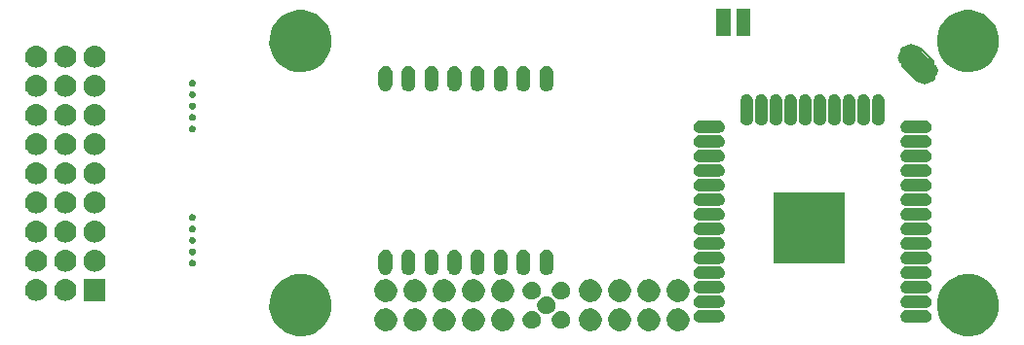
<source format=gbs>
G04 #@! TF.FileFunction,Soldermask,Bot*
%FSLAX46Y46*%
G04 Gerber Fmt 4.6, Leading zero omitted, Abs format (unit mm)*
G04 Created by KiCad (PCBNEW 4.0.5) date 01/10/17 14:27:18*
%MOMM*%
%LPD*%
G01*
G04 APERTURE LIST*
%ADD10C,0.100000*%
%ADD11C,0.200000*%
%ADD12C,1.200000*%
G04 APERTURE END LIST*
D10*
D11*
X123306497Y-90712132D02*
X124437868Y-91843503D01*
X125993503Y-90287868D02*
X124862132Y-89156497D01*
D12*
X124684315Y-89934315D02*
G75*
G03X124684315Y-89934315I-600000J0D01*
G01*
X125815685Y-91065685D02*
G75*
G03X125815685Y-91065685I-600000J0D01*
G01*
D11*
X125427817Y-90005025D02*
X125144975Y-89722183D01*
X124155025Y-91277817D02*
X123872183Y-90994975D01*
D10*
G36*
X71283592Y-108801797D02*
X71802277Y-108908268D01*
X72290398Y-109113455D01*
X72729373Y-109409546D01*
X73102477Y-109785265D01*
X73395496Y-110226293D01*
X73597271Y-110715836D01*
X73700050Y-111234908D01*
X73700050Y-111234917D01*
X73700116Y-111235251D01*
X73691671Y-111840037D01*
X73691595Y-111840371D01*
X73691595Y-111840383D01*
X73574365Y-112356375D01*
X73358998Y-112840097D01*
X73053779Y-113272772D01*
X72670327Y-113637928D01*
X72223262Y-113921644D01*
X71729597Y-114113125D01*
X71208146Y-114205070D01*
X70678765Y-114193982D01*
X70161612Y-114080278D01*
X69676404Y-113868296D01*
X69241608Y-113566104D01*
X68873786Y-113185213D01*
X68586955Y-112740139D01*
X68392034Y-112247824D01*
X68296448Y-111727020D01*
X68303842Y-111197576D01*
X68413930Y-110679652D01*
X68622522Y-110192970D01*
X68921671Y-109756075D01*
X69299984Y-109385603D01*
X69743047Y-109095670D01*
X70233989Y-108897317D01*
X70754104Y-108798100D01*
X71283592Y-108801797D01*
X71283592Y-108801797D01*
G37*
G36*
X129283592Y-108801797D02*
X129802277Y-108908268D01*
X130290398Y-109113455D01*
X130729373Y-109409546D01*
X131102477Y-109785265D01*
X131395496Y-110226293D01*
X131597271Y-110715836D01*
X131700050Y-111234908D01*
X131700050Y-111234917D01*
X131700116Y-111235251D01*
X131691671Y-111840037D01*
X131691595Y-111840371D01*
X131691595Y-111840383D01*
X131574365Y-112356375D01*
X131358998Y-112840097D01*
X131053779Y-113272772D01*
X130670327Y-113637928D01*
X130223262Y-113921644D01*
X129729597Y-114113125D01*
X129208146Y-114205070D01*
X128678765Y-114193982D01*
X128161612Y-114080278D01*
X127676404Y-113868296D01*
X127241608Y-113566104D01*
X126873786Y-113185213D01*
X126586955Y-112740139D01*
X126392034Y-112247824D01*
X126296448Y-111727020D01*
X126303842Y-111197576D01*
X126413930Y-110679652D01*
X126622522Y-110192970D01*
X126921671Y-109756075D01*
X127299984Y-109385603D01*
X127743047Y-109095670D01*
X128233989Y-108897317D01*
X128754104Y-108798100D01*
X129283592Y-108801797D01*
X129283592Y-108801797D01*
G37*
G36*
X103915034Y-111770664D02*
X104107141Y-111810098D01*
X104287925Y-111886093D01*
X104450509Y-111995756D01*
X104588697Y-112134913D01*
X104697223Y-112298256D01*
X104771954Y-112479567D01*
X104809978Y-112671601D01*
X104809978Y-112671616D01*
X104810043Y-112671945D01*
X104806916Y-112895940D01*
X104806839Y-112896278D01*
X104806839Y-112896286D01*
X104763471Y-113087175D01*
X104683705Y-113266333D01*
X104570661Y-113426583D01*
X104428639Y-113561828D01*
X104263061Y-113666906D01*
X104080221Y-113737827D01*
X103887093Y-113771879D01*
X103691025Y-113767773D01*
X103499485Y-113725660D01*
X103319779Y-113647147D01*
X103158742Y-113535225D01*
X103022511Y-113394153D01*
X102916279Y-113229313D01*
X102844085Y-113046974D01*
X102808682Y-112854080D01*
X102811421Y-112657990D01*
X102852194Y-112466168D01*
X102929451Y-112285914D01*
X103040247Y-112124101D01*
X103180364Y-111986887D01*
X103344461Y-111879505D01*
X103526292Y-111806041D01*
X103718925Y-111769294D01*
X103915034Y-111770664D01*
X103915034Y-111770664D01*
G37*
G36*
X78515034Y-111770664D02*
X78707141Y-111810098D01*
X78887925Y-111886093D01*
X79050509Y-111995756D01*
X79188697Y-112134913D01*
X79297223Y-112298256D01*
X79371954Y-112479567D01*
X79409978Y-112671601D01*
X79409978Y-112671616D01*
X79410043Y-112671945D01*
X79406916Y-112895940D01*
X79406839Y-112896278D01*
X79406839Y-112896286D01*
X79363471Y-113087175D01*
X79283705Y-113266333D01*
X79170661Y-113426583D01*
X79028639Y-113561828D01*
X78863061Y-113666906D01*
X78680221Y-113737827D01*
X78487093Y-113771879D01*
X78291025Y-113767773D01*
X78099485Y-113725660D01*
X77919779Y-113647147D01*
X77758742Y-113535225D01*
X77622511Y-113394153D01*
X77516279Y-113229313D01*
X77444085Y-113046974D01*
X77408682Y-112854080D01*
X77411421Y-112657990D01*
X77452194Y-112466168D01*
X77529451Y-112285914D01*
X77640247Y-112124101D01*
X77780364Y-111986887D01*
X77944461Y-111879505D01*
X78126292Y-111806041D01*
X78318925Y-111769294D01*
X78515034Y-111770664D01*
X78515034Y-111770664D01*
G37*
G36*
X96295034Y-111770664D02*
X96487141Y-111810098D01*
X96667925Y-111886093D01*
X96830509Y-111995756D01*
X96968697Y-112134913D01*
X97077223Y-112298256D01*
X97151954Y-112479567D01*
X97189978Y-112671601D01*
X97189978Y-112671616D01*
X97190043Y-112671945D01*
X97186916Y-112895940D01*
X97186839Y-112896278D01*
X97186839Y-112896286D01*
X97143471Y-113087175D01*
X97063705Y-113266333D01*
X96950661Y-113426583D01*
X96808639Y-113561828D01*
X96643061Y-113666906D01*
X96460221Y-113737827D01*
X96267093Y-113771879D01*
X96071025Y-113767773D01*
X95879485Y-113725660D01*
X95699779Y-113647147D01*
X95538742Y-113535225D01*
X95402511Y-113394153D01*
X95296279Y-113229313D01*
X95224085Y-113046974D01*
X95188682Y-112854080D01*
X95191421Y-112657990D01*
X95232194Y-112466168D01*
X95309451Y-112285914D01*
X95420247Y-112124101D01*
X95560364Y-111986887D01*
X95724461Y-111879505D01*
X95906292Y-111806041D01*
X96098925Y-111769294D01*
X96295034Y-111770664D01*
X96295034Y-111770664D01*
G37*
G36*
X81055034Y-111770664D02*
X81247141Y-111810098D01*
X81427925Y-111886093D01*
X81590509Y-111995756D01*
X81728697Y-112134913D01*
X81837223Y-112298256D01*
X81911954Y-112479567D01*
X81949978Y-112671601D01*
X81949978Y-112671616D01*
X81950043Y-112671945D01*
X81946916Y-112895940D01*
X81946839Y-112896278D01*
X81946839Y-112896286D01*
X81903471Y-113087175D01*
X81823705Y-113266333D01*
X81710661Y-113426583D01*
X81568639Y-113561828D01*
X81403061Y-113666906D01*
X81220221Y-113737827D01*
X81027093Y-113771879D01*
X80831025Y-113767773D01*
X80639485Y-113725660D01*
X80459779Y-113647147D01*
X80298742Y-113535225D01*
X80162511Y-113394153D01*
X80056279Y-113229313D01*
X79984085Y-113046974D01*
X79948682Y-112854080D01*
X79951421Y-112657990D01*
X79992194Y-112466168D01*
X80069451Y-112285914D01*
X80180247Y-112124101D01*
X80320364Y-111986887D01*
X80484461Y-111879505D01*
X80666292Y-111806041D01*
X80858925Y-111769294D01*
X81055034Y-111770664D01*
X81055034Y-111770664D01*
G37*
G36*
X83595034Y-111770664D02*
X83787141Y-111810098D01*
X83967925Y-111886093D01*
X84130509Y-111995756D01*
X84268697Y-112134913D01*
X84377223Y-112298256D01*
X84451954Y-112479567D01*
X84489978Y-112671601D01*
X84489978Y-112671616D01*
X84490043Y-112671945D01*
X84486916Y-112895940D01*
X84486839Y-112896278D01*
X84486839Y-112896286D01*
X84443471Y-113087175D01*
X84363705Y-113266333D01*
X84250661Y-113426583D01*
X84108639Y-113561828D01*
X83943061Y-113666906D01*
X83760221Y-113737827D01*
X83567093Y-113771879D01*
X83371025Y-113767773D01*
X83179485Y-113725660D01*
X82999779Y-113647147D01*
X82838742Y-113535225D01*
X82702511Y-113394153D01*
X82596279Y-113229313D01*
X82524085Y-113046974D01*
X82488682Y-112854080D01*
X82491421Y-112657990D01*
X82532194Y-112466168D01*
X82609451Y-112285914D01*
X82720247Y-112124101D01*
X82860364Y-111986887D01*
X83024461Y-111879505D01*
X83206292Y-111806041D01*
X83398925Y-111769294D01*
X83595034Y-111770664D01*
X83595034Y-111770664D01*
G37*
G36*
X88675034Y-111770664D02*
X88867141Y-111810098D01*
X89047925Y-111886093D01*
X89210509Y-111995756D01*
X89348697Y-112134913D01*
X89457223Y-112298256D01*
X89531954Y-112479567D01*
X89569978Y-112671601D01*
X89569978Y-112671616D01*
X89570043Y-112671945D01*
X89566916Y-112895940D01*
X89566839Y-112896278D01*
X89566839Y-112896286D01*
X89523471Y-113087175D01*
X89443705Y-113266333D01*
X89330661Y-113426583D01*
X89188639Y-113561828D01*
X89023061Y-113666906D01*
X88840221Y-113737827D01*
X88647093Y-113771879D01*
X88451025Y-113767773D01*
X88259485Y-113725660D01*
X88079779Y-113647147D01*
X87918742Y-113535225D01*
X87782511Y-113394153D01*
X87676279Y-113229313D01*
X87604085Y-113046974D01*
X87568682Y-112854080D01*
X87571421Y-112657990D01*
X87612194Y-112466168D01*
X87689451Y-112285914D01*
X87800247Y-112124101D01*
X87940364Y-111986887D01*
X88104461Y-111879505D01*
X88286292Y-111806041D01*
X88478925Y-111769294D01*
X88675034Y-111770664D01*
X88675034Y-111770664D01*
G37*
G36*
X98835034Y-111770664D02*
X99027141Y-111810098D01*
X99207925Y-111886093D01*
X99370509Y-111995756D01*
X99508697Y-112134913D01*
X99617223Y-112298256D01*
X99691954Y-112479567D01*
X99729978Y-112671601D01*
X99729978Y-112671616D01*
X99730043Y-112671945D01*
X99726916Y-112895940D01*
X99726839Y-112896278D01*
X99726839Y-112896286D01*
X99683471Y-113087175D01*
X99603705Y-113266333D01*
X99490661Y-113426583D01*
X99348639Y-113561828D01*
X99183061Y-113666906D01*
X99000221Y-113737827D01*
X98807093Y-113771879D01*
X98611025Y-113767773D01*
X98419485Y-113725660D01*
X98239779Y-113647147D01*
X98078742Y-113535225D01*
X97942511Y-113394153D01*
X97836279Y-113229313D01*
X97764085Y-113046974D01*
X97728682Y-112854080D01*
X97731421Y-112657990D01*
X97772194Y-112466168D01*
X97849451Y-112285914D01*
X97960247Y-112124101D01*
X98100364Y-111986887D01*
X98264461Y-111879505D01*
X98446292Y-111806041D01*
X98638925Y-111769294D01*
X98835034Y-111770664D01*
X98835034Y-111770664D01*
G37*
G36*
X101375034Y-111770664D02*
X101567141Y-111810098D01*
X101747925Y-111886093D01*
X101910509Y-111995756D01*
X102048697Y-112134913D01*
X102157223Y-112298256D01*
X102231954Y-112479567D01*
X102269978Y-112671601D01*
X102269978Y-112671616D01*
X102270043Y-112671945D01*
X102266916Y-112895940D01*
X102266839Y-112896278D01*
X102266839Y-112896286D01*
X102223471Y-113087175D01*
X102143705Y-113266333D01*
X102030661Y-113426583D01*
X101888639Y-113561828D01*
X101723061Y-113666906D01*
X101540221Y-113737827D01*
X101347093Y-113771879D01*
X101151025Y-113767773D01*
X100959485Y-113725660D01*
X100779779Y-113647147D01*
X100618742Y-113535225D01*
X100482511Y-113394153D01*
X100376279Y-113229313D01*
X100304085Y-113046974D01*
X100268682Y-112854080D01*
X100271421Y-112657990D01*
X100312194Y-112466168D01*
X100389451Y-112285914D01*
X100500247Y-112124101D01*
X100640364Y-111986887D01*
X100804461Y-111879505D01*
X100986292Y-111806041D01*
X101178925Y-111769294D01*
X101375034Y-111770664D01*
X101375034Y-111770664D01*
G37*
G36*
X86135034Y-111770664D02*
X86327141Y-111810098D01*
X86507925Y-111886093D01*
X86670509Y-111995756D01*
X86808697Y-112134913D01*
X86917223Y-112298256D01*
X86991954Y-112479567D01*
X87029978Y-112671601D01*
X87029978Y-112671616D01*
X87030043Y-112671945D01*
X87026916Y-112895940D01*
X87026839Y-112896278D01*
X87026839Y-112896286D01*
X86983471Y-113087175D01*
X86903705Y-113266333D01*
X86790661Y-113426583D01*
X86648639Y-113561828D01*
X86483061Y-113666906D01*
X86300221Y-113737827D01*
X86107093Y-113771879D01*
X85911025Y-113767773D01*
X85719485Y-113725660D01*
X85539779Y-113647147D01*
X85378742Y-113535225D01*
X85242511Y-113394153D01*
X85136279Y-113229313D01*
X85064085Y-113046974D01*
X85028682Y-112854080D01*
X85031421Y-112657990D01*
X85072194Y-112466168D01*
X85149451Y-112285914D01*
X85260247Y-112124101D01*
X85400364Y-111986887D01*
X85564461Y-111879505D01*
X85746292Y-111806041D01*
X85938925Y-111769294D01*
X86135034Y-111770664D01*
X86135034Y-111770664D01*
G37*
G36*
X93734027Y-111970531D02*
X93887713Y-112002078D01*
X94032340Y-112062874D01*
X94162407Y-112150605D01*
X94272958Y-112261931D01*
X94359779Y-112392605D01*
X94419563Y-112537653D01*
X94449969Y-112691212D01*
X94449969Y-112691227D01*
X94450034Y-112691556D01*
X94447532Y-112870752D01*
X94447456Y-112871086D01*
X94447456Y-112871097D01*
X94412776Y-113023741D01*
X94348964Y-113167066D01*
X94258529Y-113295266D01*
X94144910Y-113403463D01*
X94012449Y-113487526D01*
X93866177Y-113544262D01*
X93711675Y-113571504D01*
X93554821Y-113568219D01*
X93401588Y-113534528D01*
X93257825Y-113471720D01*
X93128991Y-113382178D01*
X93020008Y-113269322D01*
X92935023Y-113137451D01*
X92877268Y-112991579D01*
X92848946Y-112837263D01*
X92851137Y-112680391D01*
X92883754Y-112526936D01*
X92945561Y-112382731D01*
X93034197Y-112253281D01*
X93146292Y-112143509D01*
X93277567Y-112057605D01*
X93423035Y-111998832D01*
X93577140Y-111969435D01*
X93734027Y-111970531D01*
X93734027Y-111970531D01*
G37*
G36*
X91194027Y-111970531D02*
X91347713Y-112002078D01*
X91492340Y-112062874D01*
X91622407Y-112150605D01*
X91732958Y-112261931D01*
X91819779Y-112392605D01*
X91879563Y-112537653D01*
X91909969Y-112691212D01*
X91909969Y-112691227D01*
X91910034Y-112691556D01*
X91907532Y-112870752D01*
X91907456Y-112871086D01*
X91907456Y-112871097D01*
X91872776Y-113023741D01*
X91808964Y-113167066D01*
X91718529Y-113295266D01*
X91604910Y-113403463D01*
X91472449Y-113487526D01*
X91326177Y-113544262D01*
X91171675Y-113571504D01*
X91014821Y-113568219D01*
X90861588Y-113534528D01*
X90717825Y-113471720D01*
X90588991Y-113382178D01*
X90480008Y-113269322D01*
X90395023Y-113137451D01*
X90337268Y-112991579D01*
X90308946Y-112837263D01*
X90311137Y-112680391D01*
X90343754Y-112526936D01*
X90405561Y-112382731D01*
X90494197Y-112253281D01*
X90606292Y-112143509D01*
X90737567Y-112057605D01*
X90883035Y-111998832D01*
X91037140Y-111969435D01*
X91194027Y-111970531D01*
X91194027Y-111970531D01*
G37*
G36*
X125312189Y-111900039D02*
X125312196Y-111900040D01*
X125314211Y-111900054D01*
X125420883Y-111912019D01*
X125523200Y-111944476D01*
X125617264Y-111996188D01*
X125699492Y-112065185D01*
X125766752Y-112148840D01*
X125816483Y-112243966D01*
X125846790Y-112346940D01*
X125846793Y-112346974D01*
X125846797Y-112346987D01*
X125856521Y-112453838D01*
X125845306Y-112560544D01*
X125845302Y-112560558D01*
X125845298Y-112560593D01*
X125813557Y-112663134D01*
X125762503Y-112757556D01*
X125694081Y-112840264D01*
X125610897Y-112908107D01*
X125516121Y-112958500D01*
X125413361Y-112989525D01*
X125306532Y-113000000D01*
X123693428Y-113000000D01*
X123687811Y-112999961D01*
X123687804Y-112999960D01*
X123685789Y-112999946D01*
X123579117Y-112987981D01*
X123476800Y-112955524D01*
X123382736Y-112903812D01*
X123300508Y-112834815D01*
X123233248Y-112751160D01*
X123183517Y-112656034D01*
X123153210Y-112553060D01*
X123153207Y-112553026D01*
X123153203Y-112553013D01*
X123143479Y-112446162D01*
X123154694Y-112339456D01*
X123154698Y-112339442D01*
X123154702Y-112339407D01*
X123186443Y-112236866D01*
X123237497Y-112142444D01*
X123305919Y-112059736D01*
X123389103Y-111991893D01*
X123483879Y-111941500D01*
X123586639Y-111910475D01*
X123693468Y-111900000D01*
X125306572Y-111900000D01*
X125312189Y-111900039D01*
X125312189Y-111900039D01*
G37*
G36*
X107312189Y-111900039D02*
X107312196Y-111900040D01*
X107314211Y-111900054D01*
X107420883Y-111912019D01*
X107523200Y-111944476D01*
X107617264Y-111996188D01*
X107699492Y-112065185D01*
X107766752Y-112148840D01*
X107816483Y-112243966D01*
X107846790Y-112346940D01*
X107846793Y-112346974D01*
X107846797Y-112346987D01*
X107856521Y-112453838D01*
X107845306Y-112560544D01*
X107845302Y-112560558D01*
X107845298Y-112560593D01*
X107813557Y-112663134D01*
X107762503Y-112757556D01*
X107694081Y-112840264D01*
X107610897Y-112908107D01*
X107516121Y-112958500D01*
X107413361Y-112989525D01*
X107306532Y-113000000D01*
X105693428Y-113000000D01*
X105687811Y-112999961D01*
X105687804Y-112999960D01*
X105685789Y-112999946D01*
X105579117Y-112987981D01*
X105476800Y-112955524D01*
X105382736Y-112903812D01*
X105300508Y-112834815D01*
X105233248Y-112751160D01*
X105183517Y-112656034D01*
X105153210Y-112553060D01*
X105153207Y-112553026D01*
X105153203Y-112553013D01*
X105143479Y-112446162D01*
X105154694Y-112339456D01*
X105154698Y-112339442D01*
X105154702Y-112339407D01*
X105186443Y-112236866D01*
X105237497Y-112142444D01*
X105305919Y-112059736D01*
X105389103Y-111991893D01*
X105483879Y-111941500D01*
X105586639Y-111910475D01*
X105693468Y-111900000D01*
X107306572Y-111900000D01*
X107312189Y-111900039D01*
X107312189Y-111900039D01*
G37*
G36*
X92464027Y-110700531D02*
X92617713Y-110732078D01*
X92762340Y-110792874D01*
X92892407Y-110880605D01*
X93002958Y-110991931D01*
X93089779Y-111122605D01*
X93149563Y-111267653D01*
X93179969Y-111421212D01*
X93179969Y-111421227D01*
X93180034Y-111421556D01*
X93177532Y-111600752D01*
X93177456Y-111601086D01*
X93177456Y-111601097D01*
X93142776Y-111753741D01*
X93078964Y-111897066D01*
X92988529Y-112025266D01*
X92874910Y-112133463D01*
X92742449Y-112217526D01*
X92596177Y-112274262D01*
X92441675Y-112301504D01*
X92284821Y-112298219D01*
X92131588Y-112264528D01*
X91987825Y-112201720D01*
X91858991Y-112112178D01*
X91750008Y-111999322D01*
X91665023Y-111867451D01*
X91607268Y-111721579D01*
X91578946Y-111567263D01*
X91581137Y-111410391D01*
X91613754Y-111256936D01*
X91675561Y-111112731D01*
X91764197Y-110983281D01*
X91876292Y-110873509D01*
X92007567Y-110787605D01*
X92153035Y-110728832D01*
X92307140Y-110699435D01*
X92464027Y-110700531D01*
X92464027Y-110700531D01*
G37*
G36*
X107312189Y-110630039D02*
X107312196Y-110630040D01*
X107314211Y-110630054D01*
X107420883Y-110642019D01*
X107523200Y-110674476D01*
X107617264Y-110726188D01*
X107699492Y-110795185D01*
X107766752Y-110878840D01*
X107816483Y-110973966D01*
X107846790Y-111076940D01*
X107846793Y-111076974D01*
X107846797Y-111076987D01*
X107856521Y-111183838D01*
X107845306Y-111290544D01*
X107845302Y-111290558D01*
X107845298Y-111290593D01*
X107813557Y-111393134D01*
X107762503Y-111487556D01*
X107694081Y-111570264D01*
X107610897Y-111638107D01*
X107516121Y-111688500D01*
X107413361Y-111719525D01*
X107306532Y-111730000D01*
X105693428Y-111730000D01*
X105687811Y-111729961D01*
X105687804Y-111729960D01*
X105685789Y-111729946D01*
X105579117Y-111717981D01*
X105476800Y-111685524D01*
X105382736Y-111633812D01*
X105300508Y-111564815D01*
X105233248Y-111481160D01*
X105183517Y-111386034D01*
X105153210Y-111283060D01*
X105153207Y-111283026D01*
X105153203Y-111283013D01*
X105143479Y-111176162D01*
X105154694Y-111069456D01*
X105154698Y-111069442D01*
X105154702Y-111069407D01*
X105186443Y-110966866D01*
X105237497Y-110872444D01*
X105305919Y-110789736D01*
X105389103Y-110721893D01*
X105483879Y-110671500D01*
X105586639Y-110640475D01*
X105693468Y-110630000D01*
X107306572Y-110630000D01*
X107312189Y-110630039D01*
X107312189Y-110630039D01*
G37*
G36*
X125312189Y-110630039D02*
X125312196Y-110630040D01*
X125314211Y-110630054D01*
X125420883Y-110642019D01*
X125523200Y-110674476D01*
X125617264Y-110726188D01*
X125699492Y-110795185D01*
X125766752Y-110878840D01*
X125816483Y-110973966D01*
X125846790Y-111076940D01*
X125846793Y-111076974D01*
X125846797Y-111076987D01*
X125856521Y-111183838D01*
X125845306Y-111290544D01*
X125845302Y-111290558D01*
X125845298Y-111290593D01*
X125813557Y-111393134D01*
X125762503Y-111487556D01*
X125694081Y-111570264D01*
X125610897Y-111638107D01*
X125516121Y-111688500D01*
X125413361Y-111719525D01*
X125306532Y-111730000D01*
X123693428Y-111730000D01*
X123687811Y-111729961D01*
X123687804Y-111729960D01*
X123685789Y-111729946D01*
X123579117Y-111717981D01*
X123476800Y-111685524D01*
X123382736Y-111633812D01*
X123300508Y-111564815D01*
X123233248Y-111481160D01*
X123183517Y-111386034D01*
X123153210Y-111283060D01*
X123153207Y-111283026D01*
X123153203Y-111283013D01*
X123143479Y-111176162D01*
X123154694Y-111069456D01*
X123154698Y-111069442D01*
X123154702Y-111069407D01*
X123186443Y-110966866D01*
X123237497Y-110872444D01*
X123305919Y-110789736D01*
X123389103Y-110721893D01*
X123483879Y-110671500D01*
X123586639Y-110640475D01*
X123693468Y-110630000D01*
X125306572Y-110630000D01*
X125312189Y-110630039D01*
X125312189Y-110630039D01*
G37*
G36*
X101375034Y-109230664D02*
X101567141Y-109270098D01*
X101747925Y-109346093D01*
X101910509Y-109455756D01*
X102048697Y-109594913D01*
X102157223Y-109758256D01*
X102231954Y-109939567D01*
X102269978Y-110131601D01*
X102269978Y-110131616D01*
X102270043Y-110131945D01*
X102266916Y-110355940D01*
X102266839Y-110356278D01*
X102266839Y-110356286D01*
X102223471Y-110547175D01*
X102143705Y-110726333D01*
X102030661Y-110886583D01*
X101888639Y-111021828D01*
X101723061Y-111126906D01*
X101540221Y-111197827D01*
X101347093Y-111231879D01*
X101151025Y-111227773D01*
X100959485Y-111185660D01*
X100779779Y-111107147D01*
X100618742Y-110995225D01*
X100482511Y-110854153D01*
X100376279Y-110689313D01*
X100304085Y-110506974D01*
X100268682Y-110314080D01*
X100271421Y-110117990D01*
X100312194Y-109926168D01*
X100389451Y-109745914D01*
X100500247Y-109584101D01*
X100640364Y-109446887D01*
X100804461Y-109339505D01*
X100986292Y-109266041D01*
X101178925Y-109229294D01*
X101375034Y-109230664D01*
X101375034Y-109230664D01*
G37*
G36*
X103915034Y-109230664D02*
X104107141Y-109270098D01*
X104287925Y-109346093D01*
X104450509Y-109455756D01*
X104588697Y-109594913D01*
X104697223Y-109758256D01*
X104771954Y-109939567D01*
X104809978Y-110131601D01*
X104809978Y-110131616D01*
X104810043Y-110131945D01*
X104806916Y-110355940D01*
X104806839Y-110356278D01*
X104806839Y-110356286D01*
X104763471Y-110547175D01*
X104683705Y-110726333D01*
X104570661Y-110886583D01*
X104428639Y-111021828D01*
X104263061Y-111126906D01*
X104080221Y-111197827D01*
X103887093Y-111231879D01*
X103691025Y-111227773D01*
X103499485Y-111185660D01*
X103319779Y-111107147D01*
X103158742Y-110995225D01*
X103022511Y-110854153D01*
X102916279Y-110689313D01*
X102844085Y-110506974D01*
X102808682Y-110314080D01*
X102811421Y-110117990D01*
X102852194Y-109926168D01*
X102929451Y-109745914D01*
X103040247Y-109584101D01*
X103180364Y-109446887D01*
X103344461Y-109339505D01*
X103526292Y-109266041D01*
X103718925Y-109229294D01*
X103915034Y-109230664D01*
X103915034Y-109230664D01*
G37*
G36*
X78515034Y-109230664D02*
X78707141Y-109270098D01*
X78887925Y-109346093D01*
X79050509Y-109455756D01*
X79188697Y-109594913D01*
X79297223Y-109758256D01*
X79371954Y-109939567D01*
X79409978Y-110131601D01*
X79409978Y-110131616D01*
X79410043Y-110131945D01*
X79406916Y-110355940D01*
X79406839Y-110356278D01*
X79406839Y-110356286D01*
X79363471Y-110547175D01*
X79283705Y-110726333D01*
X79170661Y-110886583D01*
X79028639Y-111021828D01*
X78863061Y-111126906D01*
X78680221Y-111197827D01*
X78487093Y-111231879D01*
X78291025Y-111227773D01*
X78099485Y-111185660D01*
X77919779Y-111107147D01*
X77758742Y-110995225D01*
X77622511Y-110854153D01*
X77516279Y-110689313D01*
X77444085Y-110506974D01*
X77408682Y-110314080D01*
X77411421Y-110117990D01*
X77452194Y-109926168D01*
X77529451Y-109745914D01*
X77640247Y-109584101D01*
X77780364Y-109446887D01*
X77944461Y-109339505D01*
X78126292Y-109266041D01*
X78318925Y-109229294D01*
X78515034Y-109230664D01*
X78515034Y-109230664D01*
G37*
G36*
X81055034Y-109230664D02*
X81247141Y-109270098D01*
X81427925Y-109346093D01*
X81590509Y-109455756D01*
X81728697Y-109594913D01*
X81837223Y-109758256D01*
X81911954Y-109939567D01*
X81949978Y-110131601D01*
X81949978Y-110131616D01*
X81950043Y-110131945D01*
X81946916Y-110355940D01*
X81946839Y-110356278D01*
X81946839Y-110356286D01*
X81903471Y-110547175D01*
X81823705Y-110726333D01*
X81710661Y-110886583D01*
X81568639Y-111021828D01*
X81403061Y-111126906D01*
X81220221Y-111197827D01*
X81027093Y-111231879D01*
X80831025Y-111227773D01*
X80639485Y-111185660D01*
X80459779Y-111107147D01*
X80298742Y-110995225D01*
X80162511Y-110854153D01*
X80056279Y-110689313D01*
X79984085Y-110506974D01*
X79948682Y-110314080D01*
X79951421Y-110117990D01*
X79992194Y-109926168D01*
X80069451Y-109745914D01*
X80180247Y-109584101D01*
X80320364Y-109446887D01*
X80484461Y-109339505D01*
X80666292Y-109266041D01*
X80858925Y-109229294D01*
X81055034Y-109230664D01*
X81055034Y-109230664D01*
G37*
G36*
X83595034Y-109230664D02*
X83787141Y-109270098D01*
X83967925Y-109346093D01*
X84130509Y-109455756D01*
X84268697Y-109594913D01*
X84377223Y-109758256D01*
X84451954Y-109939567D01*
X84489978Y-110131601D01*
X84489978Y-110131616D01*
X84490043Y-110131945D01*
X84486916Y-110355940D01*
X84486839Y-110356278D01*
X84486839Y-110356286D01*
X84443471Y-110547175D01*
X84363705Y-110726333D01*
X84250661Y-110886583D01*
X84108639Y-111021828D01*
X83943061Y-111126906D01*
X83760221Y-111197827D01*
X83567093Y-111231879D01*
X83371025Y-111227773D01*
X83179485Y-111185660D01*
X82999779Y-111107147D01*
X82838742Y-110995225D01*
X82702511Y-110854153D01*
X82596279Y-110689313D01*
X82524085Y-110506974D01*
X82488682Y-110314080D01*
X82491421Y-110117990D01*
X82532194Y-109926168D01*
X82609451Y-109745914D01*
X82720247Y-109584101D01*
X82860364Y-109446887D01*
X83024461Y-109339505D01*
X83206292Y-109266041D01*
X83398925Y-109229294D01*
X83595034Y-109230664D01*
X83595034Y-109230664D01*
G37*
G36*
X86135034Y-109230664D02*
X86327141Y-109270098D01*
X86507925Y-109346093D01*
X86670509Y-109455756D01*
X86808697Y-109594913D01*
X86917223Y-109758256D01*
X86991954Y-109939567D01*
X87029978Y-110131601D01*
X87029978Y-110131616D01*
X87030043Y-110131945D01*
X87026916Y-110355940D01*
X87026839Y-110356278D01*
X87026839Y-110356286D01*
X86983471Y-110547175D01*
X86903705Y-110726333D01*
X86790661Y-110886583D01*
X86648639Y-111021828D01*
X86483061Y-111126906D01*
X86300221Y-111197827D01*
X86107093Y-111231879D01*
X85911025Y-111227773D01*
X85719485Y-111185660D01*
X85539779Y-111107147D01*
X85378742Y-110995225D01*
X85242511Y-110854153D01*
X85136279Y-110689313D01*
X85064085Y-110506974D01*
X85028682Y-110314080D01*
X85031421Y-110117990D01*
X85072194Y-109926168D01*
X85149451Y-109745914D01*
X85260247Y-109584101D01*
X85400364Y-109446887D01*
X85564461Y-109339505D01*
X85746292Y-109266041D01*
X85938925Y-109229294D01*
X86135034Y-109230664D01*
X86135034Y-109230664D01*
G37*
G36*
X88675034Y-109230664D02*
X88867141Y-109270098D01*
X89047925Y-109346093D01*
X89210509Y-109455756D01*
X89348697Y-109594913D01*
X89457223Y-109758256D01*
X89531954Y-109939567D01*
X89569978Y-110131601D01*
X89569978Y-110131616D01*
X89570043Y-110131945D01*
X89566916Y-110355940D01*
X89566839Y-110356278D01*
X89566839Y-110356286D01*
X89523471Y-110547175D01*
X89443705Y-110726333D01*
X89330661Y-110886583D01*
X89188639Y-111021828D01*
X89023061Y-111126906D01*
X88840221Y-111197827D01*
X88647093Y-111231879D01*
X88451025Y-111227773D01*
X88259485Y-111185660D01*
X88079779Y-111107147D01*
X87918742Y-110995225D01*
X87782511Y-110854153D01*
X87676279Y-110689313D01*
X87604085Y-110506974D01*
X87568682Y-110314080D01*
X87571421Y-110117990D01*
X87612194Y-109926168D01*
X87689451Y-109745914D01*
X87800247Y-109584101D01*
X87940364Y-109446887D01*
X88104461Y-109339505D01*
X88286292Y-109266041D01*
X88478925Y-109229294D01*
X88675034Y-109230664D01*
X88675034Y-109230664D01*
G37*
G36*
X96295034Y-109230664D02*
X96487141Y-109270098D01*
X96667925Y-109346093D01*
X96830509Y-109455756D01*
X96968697Y-109594913D01*
X97077223Y-109758256D01*
X97151954Y-109939567D01*
X97189978Y-110131601D01*
X97189978Y-110131616D01*
X97190043Y-110131945D01*
X97186916Y-110355940D01*
X97186839Y-110356278D01*
X97186839Y-110356286D01*
X97143471Y-110547175D01*
X97063705Y-110726333D01*
X96950661Y-110886583D01*
X96808639Y-111021828D01*
X96643061Y-111126906D01*
X96460221Y-111197827D01*
X96267093Y-111231879D01*
X96071025Y-111227773D01*
X95879485Y-111185660D01*
X95699779Y-111107147D01*
X95538742Y-110995225D01*
X95402511Y-110854153D01*
X95296279Y-110689313D01*
X95224085Y-110506974D01*
X95188682Y-110314080D01*
X95191421Y-110117990D01*
X95232194Y-109926168D01*
X95309451Y-109745914D01*
X95420247Y-109584101D01*
X95560364Y-109446887D01*
X95724461Y-109339505D01*
X95906292Y-109266041D01*
X96098925Y-109229294D01*
X96295034Y-109230664D01*
X96295034Y-109230664D01*
G37*
G36*
X98835034Y-109230664D02*
X99027141Y-109270098D01*
X99207925Y-109346093D01*
X99370509Y-109455756D01*
X99508697Y-109594913D01*
X99617223Y-109758256D01*
X99691954Y-109939567D01*
X99729978Y-110131601D01*
X99729978Y-110131616D01*
X99730043Y-110131945D01*
X99726916Y-110355940D01*
X99726839Y-110356278D01*
X99726839Y-110356286D01*
X99683471Y-110547175D01*
X99603705Y-110726333D01*
X99490661Y-110886583D01*
X99348639Y-111021828D01*
X99183061Y-111126906D01*
X99000221Y-111197827D01*
X98807093Y-111231879D01*
X98611025Y-111227773D01*
X98419485Y-111185660D01*
X98239779Y-111107147D01*
X98078742Y-110995225D01*
X97942511Y-110854153D01*
X97836279Y-110689313D01*
X97764085Y-110506974D01*
X97728682Y-110314080D01*
X97731421Y-110117990D01*
X97772194Y-109926168D01*
X97849451Y-109745914D01*
X97960247Y-109584101D01*
X98100364Y-109446887D01*
X98264461Y-109339505D01*
X98446292Y-109266041D01*
X98638925Y-109229294D01*
X98835034Y-109230664D01*
X98835034Y-109230664D01*
G37*
G36*
X48225349Y-109213467D02*
X48404805Y-109269705D01*
X48569920Y-109359728D01*
X48569947Y-109359751D01*
X48569955Y-109359755D01*
X48714407Y-109480108D01*
X48832727Y-109626221D01*
X48832730Y-109626227D01*
X48832757Y-109626260D01*
X48920465Y-109792616D01*
X48974193Y-109972839D01*
X48991891Y-110160066D01*
X48972886Y-110347166D01*
X48917902Y-110527011D01*
X48829033Y-110692750D01*
X48709665Y-110838071D01*
X48703071Y-110844665D01*
X48693491Y-110854112D01*
X48546517Y-110971440D01*
X48379553Y-111057986D01*
X48198958Y-111110453D01*
X48011613Y-111126845D01*
X47824651Y-111106534D01*
X47645195Y-111050295D01*
X47480080Y-110960272D01*
X47480053Y-110960249D01*
X47480045Y-110960245D01*
X47335593Y-110839892D01*
X47217273Y-110693779D01*
X47217270Y-110693773D01*
X47217243Y-110693740D01*
X47129534Y-110527384D01*
X47075807Y-110347161D01*
X47058109Y-110159934D01*
X47077114Y-109972834D01*
X47132098Y-109792989D01*
X47220967Y-109627251D01*
X47340335Y-109481929D01*
X47346929Y-109475335D01*
X47356509Y-109465888D01*
X47503483Y-109348560D01*
X47670446Y-109262014D01*
X47851041Y-109209547D01*
X48038387Y-109193156D01*
X48225349Y-109213467D01*
X48225349Y-109213467D01*
G37*
G36*
X50765349Y-109213467D02*
X50944805Y-109269705D01*
X51109920Y-109359728D01*
X51109947Y-109359751D01*
X51109955Y-109359755D01*
X51254407Y-109480108D01*
X51372727Y-109626221D01*
X51372730Y-109626227D01*
X51372757Y-109626260D01*
X51460465Y-109792616D01*
X51514193Y-109972839D01*
X51531891Y-110160066D01*
X51512886Y-110347166D01*
X51457902Y-110527011D01*
X51369033Y-110692750D01*
X51249665Y-110838071D01*
X51243071Y-110844665D01*
X51233491Y-110854112D01*
X51086517Y-110971440D01*
X50919553Y-111057986D01*
X50738958Y-111110453D01*
X50551613Y-111126845D01*
X50364651Y-111106534D01*
X50185195Y-111050295D01*
X50020080Y-110960272D01*
X50020053Y-110960249D01*
X50020045Y-110960245D01*
X49875593Y-110839892D01*
X49757273Y-110693779D01*
X49757270Y-110693773D01*
X49757243Y-110693740D01*
X49669534Y-110527384D01*
X49615807Y-110347161D01*
X49598109Y-110159934D01*
X49617114Y-109972834D01*
X49672098Y-109792989D01*
X49760967Y-109627251D01*
X49880335Y-109481929D01*
X49886929Y-109475335D01*
X49896509Y-109465888D01*
X50043483Y-109348560D01*
X50210446Y-109262014D01*
X50391041Y-109209547D01*
X50578387Y-109193156D01*
X50765349Y-109213467D01*
X50765349Y-109213467D01*
G37*
G36*
X54068600Y-111123600D02*
X52141400Y-111123600D01*
X52141400Y-109196400D01*
X54068600Y-109196400D01*
X54068600Y-111123600D01*
X54068600Y-111123600D01*
G37*
G36*
X91194027Y-109430531D02*
X91347713Y-109462078D01*
X91492340Y-109522874D01*
X91622407Y-109610605D01*
X91732958Y-109721931D01*
X91819779Y-109852605D01*
X91879563Y-109997653D01*
X91909969Y-110151212D01*
X91909969Y-110151227D01*
X91910034Y-110151556D01*
X91907532Y-110330752D01*
X91907456Y-110331086D01*
X91907456Y-110331097D01*
X91872776Y-110483741D01*
X91808964Y-110627066D01*
X91718529Y-110755266D01*
X91604910Y-110863463D01*
X91472449Y-110947526D01*
X91326177Y-111004262D01*
X91171675Y-111031504D01*
X91014821Y-111028219D01*
X90861588Y-110994528D01*
X90717825Y-110931720D01*
X90588991Y-110842178D01*
X90480008Y-110729322D01*
X90395023Y-110597451D01*
X90337268Y-110451579D01*
X90308946Y-110297263D01*
X90311137Y-110140391D01*
X90343754Y-109986936D01*
X90405561Y-109842731D01*
X90494197Y-109713281D01*
X90606292Y-109603509D01*
X90737567Y-109517605D01*
X90883035Y-109458832D01*
X91037140Y-109429435D01*
X91194027Y-109430531D01*
X91194027Y-109430531D01*
G37*
G36*
X93734027Y-109430531D02*
X93887713Y-109462078D01*
X94032340Y-109522874D01*
X94162407Y-109610605D01*
X94272958Y-109721931D01*
X94359779Y-109852605D01*
X94419563Y-109997653D01*
X94449969Y-110151212D01*
X94449969Y-110151227D01*
X94450034Y-110151556D01*
X94447532Y-110330752D01*
X94447456Y-110331086D01*
X94447456Y-110331097D01*
X94412776Y-110483741D01*
X94348964Y-110627066D01*
X94258529Y-110755266D01*
X94144910Y-110863463D01*
X94012449Y-110947526D01*
X93866177Y-111004262D01*
X93711675Y-111031504D01*
X93554821Y-111028219D01*
X93401588Y-110994528D01*
X93257825Y-110931720D01*
X93128991Y-110842178D01*
X93020008Y-110729322D01*
X92935023Y-110597451D01*
X92877268Y-110451579D01*
X92848946Y-110297263D01*
X92851137Y-110140391D01*
X92883754Y-109986936D01*
X92945561Y-109842731D01*
X93034197Y-109713281D01*
X93146292Y-109603509D01*
X93277567Y-109517605D01*
X93423035Y-109458832D01*
X93577140Y-109429435D01*
X93734027Y-109430531D01*
X93734027Y-109430531D01*
G37*
G36*
X125312189Y-109360039D02*
X125312196Y-109360040D01*
X125314211Y-109360054D01*
X125420883Y-109372019D01*
X125523200Y-109404476D01*
X125617264Y-109456188D01*
X125699492Y-109525185D01*
X125766752Y-109608840D01*
X125816483Y-109703966D01*
X125846790Y-109806940D01*
X125846793Y-109806974D01*
X125846797Y-109806987D01*
X125856521Y-109913838D01*
X125845306Y-110020544D01*
X125845302Y-110020558D01*
X125845298Y-110020593D01*
X125813557Y-110123134D01*
X125762503Y-110217556D01*
X125694081Y-110300264D01*
X125610897Y-110368107D01*
X125516121Y-110418500D01*
X125413361Y-110449525D01*
X125306532Y-110460000D01*
X123693428Y-110460000D01*
X123687811Y-110459961D01*
X123687804Y-110459960D01*
X123685789Y-110459946D01*
X123579117Y-110447981D01*
X123476800Y-110415524D01*
X123382736Y-110363812D01*
X123300508Y-110294815D01*
X123233248Y-110211160D01*
X123183517Y-110116034D01*
X123153210Y-110013060D01*
X123153207Y-110013026D01*
X123153203Y-110013013D01*
X123143479Y-109906162D01*
X123154694Y-109799456D01*
X123154698Y-109799442D01*
X123154702Y-109799407D01*
X123186443Y-109696866D01*
X123237497Y-109602444D01*
X123305919Y-109519736D01*
X123389103Y-109451893D01*
X123483879Y-109401500D01*
X123586639Y-109370475D01*
X123693468Y-109360000D01*
X125306572Y-109360000D01*
X125312189Y-109360039D01*
X125312189Y-109360039D01*
G37*
G36*
X107312189Y-109360039D02*
X107312196Y-109360040D01*
X107314211Y-109360054D01*
X107420883Y-109372019D01*
X107523200Y-109404476D01*
X107617264Y-109456188D01*
X107699492Y-109525185D01*
X107766752Y-109608840D01*
X107816483Y-109703966D01*
X107846790Y-109806940D01*
X107846793Y-109806974D01*
X107846797Y-109806987D01*
X107856521Y-109913838D01*
X107845306Y-110020544D01*
X107845302Y-110020558D01*
X107845298Y-110020593D01*
X107813557Y-110123134D01*
X107762503Y-110217556D01*
X107694081Y-110300264D01*
X107610897Y-110368107D01*
X107516121Y-110418500D01*
X107413361Y-110449525D01*
X107306532Y-110460000D01*
X105693428Y-110460000D01*
X105687811Y-110459961D01*
X105687804Y-110459960D01*
X105685789Y-110459946D01*
X105579117Y-110447981D01*
X105476800Y-110415524D01*
X105382736Y-110363812D01*
X105300508Y-110294815D01*
X105233248Y-110211160D01*
X105183517Y-110116034D01*
X105153210Y-110013060D01*
X105153207Y-110013026D01*
X105153203Y-110013013D01*
X105143479Y-109906162D01*
X105154694Y-109799456D01*
X105154698Y-109799442D01*
X105154702Y-109799407D01*
X105186443Y-109696866D01*
X105237497Y-109602444D01*
X105305919Y-109519736D01*
X105389103Y-109451893D01*
X105483879Y-109401500D01*
X105586639Y-109370475D01*
X105693468Y-109360000D01*
X107306572Y-109360000D01*
X107312189Y-109360039D01*
X107312189Y-109360039D01*
G37*
G36*
X125312189Y-108090039D02*
X125312196Y-108090040D01*
X125314211Y-108090054D01*
X125420883Y-108102019D01*
X125523200Y-108134476D01*
X125617264Y-108186188D01*
X125699492Y-108255185D01*
X125766752Y-108338840D01*
X125816483Y-108433966D01*
X125846790Y-108536940D01*
X125846793Y-108536974D01*
X125846797Y-108536987D01*
X125856521Y-108643838D01*
X125845306Y-108750544D01*
X125845302Y-108750558D01*
X125845298Y-108750593D01*
X125813557Y-108853134D01*
X125762503Y-108947556D01*
X125694081Y-109030264D01*
X125610897Y-109098107D01*
X125516121Y-109148500D01*
X125413361Y-109179525D01*
X125306532Y-109190000D01*
X123693428Y-109190000D01*
X123687811Y-109189961D01*
X123687804Y-109189960D01*
X123685789Y-109189946D01*
X123579117Y-109177981D01*
X123476800Y-109145524D01*
X123382736Y-109093812D01*
X123300508Y-109024815D01*
X123233248Y-108941160D01*
X123183517Y-108846034D01*
X123153210Y-108743060D01*
X123153207Y-108743026D01*
X123153203Y-108743013D01*
X123143479Y-108636162D01*
X123154694Y-108529456D01*
X123154698Y-108529442D01*
X123154702Y-108529407D01*
X123186443Y-108426866D01*
X123237497Y-108332444D01*
X123305919Y-108249736D01*
X123389103Y-108181893D01*
X123483879Y-108131500D01*
X123586639Y-108100475D01*
X123693468Y-108090000D01*
X125306572Y-108090000D01*
X125312189Y-108090039D01*
X125312189Y-108090039D01*
G37*
G36*
X107312189Y-108090039D02*
X107312196Y-108090040D01*
X107314211Y-108090054D01*
X107420883Y-108102019D01*
X107523200Y-108134476D01*
X107617264Y-108186188D01*
X107699492Y-108255185D01*
X107766752Y-108338840D01*
X107816483Y-108433966D01*
X107846790Y-108536940D01*
X107846793Y-108536974D01*
X107846797Y-108536987D01*
X107856521Y-108643838D01*
X107845306Y-108750544D01*
X107845302Y-108750558D01*
X107845298Y-108750593D01*
X107813557Y-108853134D01*
X107762503Y-108947556D01*
X107694081Y-109030264D01*
X107610897Y-109098107D01*
X107516121Y-109148500D01*
X107413361Y-109179525D01*
X107306532Y-109190000D01*
X105693428Y-109190000D01*
X105687811Y-109189961D01*
X105687804Y-109189960D01*
X105685789Y-109189946D01*
X105579117Y-109177981D01*
X105476800Y-109145524D01*
X105382736Y-109093812D01*
X105300508Y-109024815D01*
X105233248Y-108941160D01*
X105183517Y-108846034D01*
X105153210Y-108743060D01*
X105153207Y-108743026D01*
X105153203Y-108743013D01*
X105143479Y-108636162D01*
X105154694Y-108529456D01*
X105154698Y-108529442D01*
X105154702Y-108529407D01*
X105186443Y-108426866D01*
X105237497Y-108332444D01*
X105305919Y-108249736D01*
X105389103Y-108181893D01*
X105483879Y-108131500D01*
X105586639Y-108100475D01*
X105693468Y-108090000D01*
X107306572Y-108090000D01*
X107312189Y-108090039D01*
X107312189Y-108090039D01*
G37*
G36*
X78500597Y-106656925D02*
X78500610Y-106656929D01*
X78500647Y-106656933D01*
X78612509Y-106691560D01*
X78715516Y-106747255D01*
X78805742Y-106821897D01*
X78879753Y-106912643D01*
X78934728Y-107016036D01*
X78968573Y-107128137D01*
X78980000Y-107244678D01*
X78980000Y-108255322D01*
X78979942Y-108263699D01*
X78966889Y-108380069D01*
X78931481Y-108491687D01*
X78875068Y-108594302D01*
X78799798Y-108684006D01*
X78708538Y-108757381D01*
X78604764Y-108811632D01*
X78492429Y-108844694D01*
X78492399Y-108844697D01*
X78492381Y-108844702D01*
X78375813Y-108855310D01*
X78259403Y-108843075D01*
X78259390Y-108843071D01*
X78259353Y-108843067D01*
X78147491Y-108808440D01*
X78044484Y-108752745D01*
X77954258Y-108678103D01*
X77880247Y-108587357D01*
X77825272Y-108483964D01*
X77791427Y-108371863D01*
X77780000Y-108255322D01*
X77780000Y-107244678D01*
X77780058Y-107236301D01*
X77793111Y-107119931D01*
X77828519Y-107008313D01*
X77884932Y-106905698D01*
X77960202Y-106815994D01*
X78051462Y-106742619D01*
X78155236Y-106688368D01*
X78267571Y-106655306D01*
X78267601Y-106655303D01*
X78267619Y-106655298D01*
X78384187Y-106644690D01*
X78500597Y-106656925D01*
X78500597Y-106656925D01*
G37*
G36*
X80500597Y-106656925D02*
X80500610Y-106656929D01*
X80500647Y-106656933D01*
X80612509Y-106691560D01*
X80715516Y-106747255D01*
X80805742Y-106821897D01*
X80879753Y-106912643D01*
X80934728Y-107016036D01*
X80968573Y-107128137D01*
X80980000Y-107244678D01*
X80980000Y-108255322D01*
X80979942Y-108263699D01*
X80966889Y-108380069D01*
X80931481Y-108491687D01*
X80875068Y-108594302D01*
X80799798Y-108684006D01*
X80708538Y-108757381D01*
X80604764Y-108811632D01*
X80492429Y-108844694D01*
X80492399Y-108844697D01*
X80492381Y-108844702D01*
X80375813Y-108855310D01*
X80259403Y-108843075D01*
X80259390Y-108843071D01*
X80259353Y-108843067D01*
X80147491Y-108808440D01*
X80044484Y-108752745D01*
X79954258Y-108678103D01*
X79880247Y-108587357D01*
X79825272Y-108483964D01*
X79791427Y-108371863D01*
X79780000Y-108255322D01*
X79780000Y-107244678D01*
X79780058Y-107236301D01*
X79793111Y-107119931D01*
X79828519Y-107008313D01*
X79884932Y-106905698D01*
X79960202Y-106815994D01*
X80051462Y-106742619D01*
X80155236Y-106688368D01*
X80267571Y-106655306D01*
X80267601Y-106655303D01*
X80267619Y-106655298D01*
X80384187Y-106644690D01*
X80500597Y-106656925D01*
X80500597Y-106656925D01*
G37*
G36*
X82500597Y-106656925D02*
X82500610Y-106656929D01*
X82500647Y-106656933D01*
X82612509Y-106691560D01*
X82715516Y-106747255D01*
X82805742Y-106821897D01*
X82879753Y-106912643D01*
X82934728Y-107016036D01*
X82968573Y-107128137D01*
X82980000Y-107244678D01*
X82980000Y-108255322D01*
X82979942Y-108263699D01*
X82966889Y-108380069D01*
X82931481Y-108491687D01*
X82875068Y-108594302D01*
X82799798Y-108684006D01*
X82708538Y-108757381D01*
X82604764Y-108811632D01*
X82492429Y-108844694D01*
X82492399Y-108844697D01*
X82492381Y-108844702D01*
X82375813Y-108855310D01*
X82259403Y-108843075D01*
X82259390Y-108843071D01*
X82259353Y-108843067D01*
X82147491Y-108808440D01*
X82044484Y-108752745D01*
X81954258Y-108678103D01*
X81880247Y-108587357D01*
X81825272Y-108483964D01*
X81791427Y-108371863D01*
X81780000Y-108255322D01*
X81780000Y-107244678D01*
X81780058Y-107236301D01*
X81793111Y-107119931D01*
X81828519Y-107008313D01*
X81884932Y-106905698D01*
X81960202Y-106815994D01*
X82051462Y-106742619D01*
X82155236Y-106688368D01*
X82267571Y-106655306D01*
X82267601Y-106655303D01*
X82267619Y-106655298D01*
X82384187Y-106644690D01*
X82500597Y-106656925D01*
X82500597Y-106656925D01*
G37*
G36*
X92500597Y-106656925D02*
X92500610Y-106656929D01*
X92500647Y-106656933D01*
X92612509Y-106691560D01*
X92715516Y-106747255D01*
X92805742Y-106821897D01*
X92879753Y-106912643D01*
X92934728Y-107016036D01*
X92968573Y-107128137D01*
X92980000Y-107244678D01*
X92980000Y-108255322D01*
X92979942Y-108263699D01*
X92966889Y-108380069D01*
X92931481Y-108491687D01*
X92875068Y-108594302D01*
X92799798Y-108684006D01*
X92708538Y-108757381D01*
X92604764Y-108811632D01*
X92492429Y-108844694D01*
X92492399Y-108844697D01*
X92492381Y-108844702D01*
X92375813Y-108855310D01*
X92259403Y-108843075D01*
X92259390Y-108843071D01*
X92259353Y-108843067D01*
X92147491Y-108808440D01*
X92044484Y-108752745D01*
X91954258Y-108678103D01*
X91880247Y-108587357D01*
X91825272Y-108483964D01*
X91791427Y-108371863D01*
X91780000Y-108255322D01*
X91780000Y-107244678D01*
X91780058Y-107236301D01*
X91793111Y-107119931D01*
X91828519Y-107008313D01*
X91884932Y-106905698D01*
X91960202Y-106815994D01*
X92051462Y-106742619D01*
X92155236Y-106688368D01*
X92267571Y-106655306D01*
X92267601Y-106655303D01*
X92267619Y-106655298D01*
X92384187Y-106644690D01*
X92500597Y-106656925D01*
X92500597Y-106656925D01*
G37*
G36*
X90500597Y-106656925D02*
X90500610Y-106656929D01*
X90500647Y-106656933D01*
X90612509Y-106691560D01*
X90715516Y-106747255D01*
X90805742Y-106821897D01*
X90879753Y-106912643D01*
X90934728Y-107016036D01*
X90968573Y-107128137D01*
X90980000Y-107244678D01*
X90980000Y-108255322D01*
X90979942Y-108263699D01*
X90966889Y-108380069D01*
X90931481Y-108491687D01*
X90875068Y-108594302D01*
X90799798Y-108684006D01*
X90708538Y-108757381D01*
X90604764Y-108811632D01*
X90492429Y-108844694D01*
X90492399Y-108844697D01*
X90492381Y-108844702D01*
X90375813Y-108855310D01*
X90259403Y-108843075D01*
X90259390Y-108843071D01*
X90259353Y-108843067D01*
X90147491Y-108808440D01*
X90044484Y-108752745D01*
X89954258Y-108678103D01*
X89880247Y-108587357D01*
X89825272Y-108483964D01*
X89791427Y-108371863D01*
X89780000Y-108255322D01*
X89780000Y-107244678D01*
X89780058Y-107236301D01*
X89793111Y-107119931D01*
X89828519Y-107008313D01*
X89884932Y-106905698D01*
X89960202Y-106815994D01*
X90051462Y-106742619D01*
X90155236Y-106688368D01*
X90267571Y-106655306D01*
X90267601Y-106655303D01*
X90267619Y-106655298D01*
X90384187Y-106644690D01*
X90500597Y-106656925D01*
X90500597Y-106656925D01*
G37*
G36*
X88500597Y-106656925D02*
X88500610Y-106656929D01*
X88500647Y-106656933D01*
X88612509Y-106691560D01*
X88715516Y-106747255D01*
X88805742Y-106821897D01*
X88879753Y-106912643D01*
X88934728Y-107016036D01*
X88968573Y-107128137D01*
X88980000Y-107244678D01*
X88980000Y-108255322D01*
X88979942Y-108263699D01*
X88966889Y-108380069D01*
X88931481Y-108491687D01*
X88875068Y-108594302D01*
X88799798Y-108684006D01*
X88708538Y-108757381D01*
X88604764Y-108811632D01*
X88492429Y-108844694D01*
X88492399Y-108844697D01*
X88492381Y-108844702D01*
X88375813Y-108855310D01*
X88259403Y-108843075D01*
X88259390Y-108843071D01*
X88259353Y-108843067D01*
X88147491Y-108808440D01*
X88044484Y-108752745D01*
X87954258Y-108678103D01*
X87880247Y-108587357D01*
X87825272Y-108483964D01*
X87791427Y-108371863D01*
X87780000Y-108255322D01*
X87780000Y-107244678D01*
X87780058Y-107236301D01*
X87793111Y-107119931D01*
X87828519Y-107008313D01*
X87884932Y-106905698D01*
X87960202Y-106815994D01*
X88051462Y-106742619D01*
X88155236Y-106688368D01*
X88267571Y-106655306D01*
X88267601Y-106655303D01*
X88267619Y-106655298D01*
X88384187Y-106644690D01*
X88500597Y-106656925D01*
X88500597Y-106656925D01*
G37*
G36*
X86500597Y-106656925D02*
X86500610Y-106656929D01*
X86500647Y-106656933D01*
X86612509Y-106691560D01*
X86715516Y-106747255D01*
X86805742Y-106821897D01*
X86879753Y-106912643D01*
X86934728Y-107016036D01*
X86968573Y-107128137D01*
X86980000Y-107244678D01*
X86980000Y-108255322D01*
X86979942Y-108263699D01*
X86966889Y-108380069D01*
X86931481Y-108491687D01*
X86875068Y-108594302D01*
X86799798Y-108684006D01*
X86708538Y-108757381D01*
X86604764Y-108811632D01*
X86492429Y-108844694D01*
X86492399Y-108844697D01*
X86492381Y-108844702D01*
X86375813Y-108855310D01*
X86259403Y-108843075D01*
X86259390Y-108843071D01*
X86259353Y-108843067D01*
X86147491Y-108808440D01*
X86044484Y-108752745D01*
X85954258Y-108678103D01*
X85880247Y-108587357D01*
X85825272Y-108483964D01*
X85791427Y-108371863D01*
X85780000Y-108255322D01*
X85780000Y-107244678D01*
X85780058Y-107236301D01*
X85793111Y-107119931D01*
X85828519Y-107008313D01*
X85884932Y-106905698D01*
X85960202Y-106815994D01*
X86051462Y-106742619D01*
X86155236Y-106688368D01*
X86267571Y-106655306D01*
X86267601Y-106655303D01*
X86267619Y-106655298D01*
X86384187Y-106644690D01*
X86500597Y-106656925D01*
X86500597Y-106656925D01*
G37*
G36*
X84500597Y-106656925D02*
X84500610Y-106656929D01*
X84500647Y-106656933D01*
X84612509Y-106691560D01*
X84715516Y-106747255D01*
X84805742Y-106821897D01*
X84879753Y-106912643D01*
X84934728Y-107016036D01*
X84968573Y-107128137D01*
X84980000Y-107244678D01*
X84980000Y-108255322D01*
X84979942Y-108263699D01*
X84966889Y-108380069D01*
X84931481Y-108491687D01*
X84875068Y-108594302D01*
X84799798Y-108684006D01*
X84708538Y-108757381D01*
X84604764Y-108811632D01*
X84492429Y-108844694D01*
X84492399Y-108844697D01*
X84492381Y-108844702D01*
X84375813Y-108855310D01*
X84259403Y-108843075D01*
X84259390Y-108843071D01*
X84259353Y-108843067D01*
X84147491Y-108808440D01*
X84044484Y-108752745D01*
X83954258Y-108678103D01*
X83880247Y-108587357D01*
X83825272Y-108483964D01*
X83791427Y-108371863D01*
X83780000Y-108255322D01*
X83780000Y-107244678D01*
X83780058Y-107236301D01*
X83793111Y-107119931D01*
X83828519Y-107008313D01*
X83884932Y-106905698D01*
X83960202Y-106815994D01*
X84051462Y-106742619D01*
X84155236Y-106688368D01*
X84267571Y-106655306D01*
X84267601Y-106655303D01*
X84267619Y-106655298D01*
X84384187Y-106644690D01*
X84500597Y-106656925D01*
X84500597Y-106656925D01*
G37*
G36*
X48225349Y-106673467D02*
X48404805Y-106729705D01*
X48569920Y-106819728D01*
X48569947Y-106819751D01*
X48569955Y-106819755D01*
X48714407Y-106940108D01*
X48832727Y-107086221D01*
X48832730Y-107086227D01*
X48832757Y-107086260D01*
X48920465Y-107252616D01*
X48974193Y-107432839D01*
X48991891Y-107620066D01*
X48972886Y-107807166D01*
X48917902Y-107987011D01*
X48829033Y-108152750D01*
X48709665Y-108298071D01*
X48703071Y-108304665D01*
X48693491Y-108314112D01*
X48546517Y-108431440D01*
X48379553Y-108517986D01*
X48198958Y-108570453D01*
X48011613Y-108586845D01*
X47824651Y-108566534D01*
X47645195Y-108510295D01*
X47480080Y-108420272D01*
X47480053Y-108420249D01*
X47480045Y-108420245D01*
X47335593Y-108299892D01*
X47217273Y-108153779D01*
X47217270Y-108153773D01*
X47217243Y-108153740D01*
X47129534Y-107987384D01*
X47075807Y-107807161D01*
X47058109Y-107619934D01*
X47077114Y-107432834D01*
X47132098Y-107252989D01*
X47220967Y-107087251D01*
X47340335Y-106941929D01*
X47346929Y-106935335D01*
X47356509Y-106925888D01*
X47503483Y-106808560D01*
X47670446Y-106722014D01*
X47851041Y-106669547D01*
X48038387Y-106653156D01*
X48225349Y-106673467D01*
X48225349Y-106673467D01*
G37*
G36*
X50765349Y-106673467D02*
X50944805Y-106729705D01*
X51109920Y-106819728D01*
X51109947Y-106819751D01*
X51109955Y-106819755D01*
X51254407Y-106940108D01*
X51372727Y-107086221D01*
X51372730Y-107086227D01*
X51372757Y-107086260D01*
X51460465Y-107252616D01*
X51514193Y-107432839D01*
X51531891Y-107620066D01*
X51512886Y-107807166D01*
X51457902Y-107987011D01*
X51369033Y-108152750D01*
X51249665Y-108298071D01*
X51243071Y-108304665D01*
X51233491Y-108314112D01*
X51086517Y-108431440D01*
X50919553Y-108517986D01*
X50738958Y-108570453D01*
X50551613Y-108586845D01*
X50364651Y-108566534D01*
X50185195Y-108510295D01*
X50020080Y-108420272D01*
X50020053Y-108420249D01*
X50020045Y-108420245D01*
X49875593Y-108299892D01*
X49757273Y-108153779D01*
X49757270Y-108153773D01*
X49757243Y-108153740D01*
X49669534Y-107987384D01*
X49615807Y-107807161D01*
X49598109Y-107619934D01*
X49617114Y-107432834D01*
X49672098Y-107252989D01*
X49760967Y-107087251D01*
X49880335Y-106941929D01*
X49886929Y-106935335D01*
X49896509Y-106925888D01*
X50043483Y-106808560D01*
X50210446Y-106722014D01*
X50391041Y-106669547D01*
X50578387Y-106653156D01*
X50765349Y-106673467D01*
X50765349Y-106673467D01*
G37*
G36*
X53116920Y-106656451D02*
X53123116Y-106656494D01*
X53310006Y-106677457D01*
X53489264Y-106734321D01*
X53654064Y-106824921D01*
X53798128Y-106945804D01*
X53915968Y-107092368D01*
X54003096Y-107259029D01*
X54056194Y-107439439D01*
X54056198Y-107439478D01*
X54056200Y-107439486D01*
X54073241Y-107626725D01*
X54053588Y-107813710D01*
X54053585Y-107813719D01*
X54053581Y-107813759D01*
X53997969Y-107993410D01*
X53908523Y-108158838D01*
X53788648Y-108303742D01*
X53642910Y-108422603D01*
X53476861Y-108510893D01*
X53296826Y-108565248D01*
X53109662Y-108583600D01*
X53100303Y-108583600D01*
X53093080Y-108583549D01*
X53086884Y-108583506D01*
X52899994Y-108562543D01*
X52720736Y-108505679D01*
X52555936Y-108415079D01*
X52411872Y-108294196D01*
X52294032Y-108147632D01*
X52206904Y-107980971D01*
X52153806Y-107800561D01*
X52153802Y-107800522D01*
X52153800Y-107800514D01*
X52136759Y-107613275D01*
X52156412Y-107426290D01*
X52156415Y-107426281D01*
X52156419Y-107426241D01*
X52212031Y-107246590D01*
X52301477Y-107081162D01*
X52421352Y-106936258D01*
X52567090Y-106817397D01*
X52733139Y-106729107D01*
X52913174Y-106674752D01*
X53100338Y-106656400D01*
X53109697Y-106656400D01*
X53116920Y-106656451D01*
X53116920Y-106656451D01*
G37*
G36*
X61631511Y-107550198D02*
X61689143Y-107562027D01*
X61743377Y-107584825D01*
X61792153Y-107617725D01*
X61833613Y-107659476D01*
X61866168Y-107708475D01*
X61888588Y-107762868D01*
X61899948Y-107820239D01*
X61899948Y-107820254D01*
X61900013Y-107820583D01*
X61899075Y-107887782D01*
X61898999Y-107888116D01*
X61898999Y-107888127D01*
X61886043Y-107945153D01*
X61862112Y-107998902D01*
X61828203Y-108046973D01*
X61785590Y-108087552D01*
X61735921Y-108119073D01*
X61681067Y-108140349D01*
X61623129Y-108150565D01*
X61564309Y-108149334D01*
X61506845Y-108136699D01*
X61452936Y-108113147D01*
X61404619Y-108079566D01*
X61363751Y-108037246D01*
X61331883Y-107987797D01*
X61310224Y-107933093D01*
X61299603Y-107875222D01*
X61300425Y-107816397D01*
X61312656Y-107758851D01*
X61335834Y-107704773D01*
X61369073Y-107656229D01*
X61411109Y-107615065D01*
X61460336Y-107582851D01*
X61514889Y-107560810D01*
X61572675Y-107549786D01*
X61631511Y-107550198D01*
X61631511Y-107550198D01*
G37*
G36*
X107312189Y-106820039D02*
X107312196Y-106820040D01*
X107314211Y-106820054D01*
X107420883Y-106832019D01*
X107523200Y-106864476D01*
X107617264Y-106916188D01*
X107699492Y-106985185D01*
X107766752Y-107068840D01*
X107816483Y-107163966D01*
X107846790Y-107266940D01*
X107846793Y-107266974D01*
X107846797Y-107266987D01*
X107856521Y-107373838D01*
X107845306Y-107480544D01*
X107845302Y-107480558D01*
X107845298Y-107480593D01*
X107813557Y-107583134D01*
X107762503Y-107677556D01*
X107694081Y-107760264D01*
X107610897Y-107828107D01*
X107516121Y-107878500D01*
X107413361Y-107909525D01*
X107306532Y-107920000D01*
X105693428Y-107920000D01*
X105687811Y-107919961D01*
X105687804Y-107919960D01*
X105685789Y-107919946D01*
X105579117Y-107907981D01*
X105476800Y-107875524D01*
X105382736Y-107823812D01*
X105300508Y-107754815D01*
X105233248Y-107671160D01*
X105183517Y-107576034D01*
X105153210Y-107473060D01*
X105153207Y-107473026D01*
X105153203Y-107473013D01*
X105143479Y-107366162D01*
X105154694Y-107259456D01*
X105154698Y-107259442D01*
X105154702Y-107259407D01*
X105186443Y-107156866D01*
X105237497Y-107062444D01*
X105305919Y-106979736D01*
X105389103Y-106911893D01*
X105483879Y-106861500D01*
X105586639Y-106830475D01*
X105693468Y-106820000D01*
X107306572Y-106820000D01*
X107312189Y-106820039D01*
X107312189Y-106820039D01*
G37*
G36*
X125312189Y-106820039D02*
X125312196Y-106820040D01*
X125314211Y-106820054D01*
X125420883Y-106832019D01*
X125523200Y-106864476D01*
X125617264Y-106916188D01*
X125699492Y-106985185D01*
X125766752Y-107068840D01*
X125816483Y-107163966D01*
X125846790Y-107266940D01*
X125846793Y-107266974D01*
X125846797Y-107266987D01*
X125856521Y-107373838D01*
X125845306Y-107480544D01*
X125845302Y-107480558D01*
X125845298Y-107480593D01*
X125813557Y-107583134D01*
X125762503Y-107677556D01*
X125694081Y-107760264D01*
X125610897Y-107828107D01*
X125516121Y-107878500D01*
X125413361Y-107909525D01*
X125306532Y-107920000D01*
X123693428Y-107920000D01*
X123687811Y-107919961D01*
X123687804Y-107919960D01*
X123685789Y-107919946D01*
X123579117Y-107907981D01*
X123476800Y-107875524D01*
X123382736Y-107823812D01*
X123300508Y-107754815D01*
X123233248Y-107671160D01*
X123183517Y-107576034D01*
X123153210Y-107473060D01*
X123153207Y-107473026D01*
X123153203Y-107473013D01*
X123143479Y-107366162D01*
X123154694Y-107259456D01*
X123154698Y-107259442D01*
X123154702Y-107259407D01*
X123186443Y-107156866D01*
X123237497Y-107062444D01*
X123305919Y-106979736D01*
X123389103Y-106911893D01*
X123483879Y-106861500D01*
X123586639Y-106830475D01*
X123693468Y-106820000D01*
X125306572Y-106820000D01*
X125312189Y-106820039D01*
X125312189Y-106820039D01*
G37*
G36*
X118300000Y-107850000D02*
X112100000Y-107850000D01*
X112100000Y-101650000D01*
X118300000Y-101650000D01*
X118300000Y-107850000D01*
X118300000Y-107850000D01*
G37*
G36*
X61631511Y-106550198D02*
X61689143Y-106562027D01*
X61743377Y-106584825D01*
X61792153Y-106617725D01*
X61833613Y-106659476D01*
X61866168Y-106708475D01*
X61888588Y-106762868D01*
X61899948Y-106820239D01*
X61899948Y-106820254D01*
X61900013Y-106820583D01*
X61899075Y-106887782D01*
X61898999Y-106888116D01*
X61898999Y-106888127D01*
X61886043Y-106945153D01*
X61862112Y-106998902D01*
X61828203Y-107046973D01*
X61785590Y-107087552D01*
X61735921Y-107119073D01*
X61681067Y-107140349D01*
X61623129Y-107150565D01*
X61564309Y-107149334D01*
X61506845Y-107136699D01*
X61452936Y-107113147D01*
X61404619Y-107079566D01*
X61363751Y-107037246D01*
X61331883Y-106987797D01*
X61310224Y-106933093D01*
X61299603Y-106875222D01*
X61300425Y-106816397D01*
X61312656Y-106758851D01*
X61335834Y-106704773D01*
X61369073Y-106656229D01*
X61411109Y-106615065D01*
X61460336Y-106582851D01*
X61514889Y-106560810D01*
X61572675Y-106549786D01*
X61631511Y-106550198D01*
X61631511Y-106550198D01*
G37*
G36*
X125312189Y-105550039D02*
X125312196Y-105550040D01*
X125314211Y-105550054D01*
X125420883Y-105562019D01*
X125523200Y-105594476D01*
X125617264Y-105646188D01*
X125699492Y-105715185D01*
X125766752Y-105798840D01*
X125816483Y-105893966D01*
X125846790Y-105996940D01*
X125846793Y-105996974D01*
X125846797Y-105996987D01*
X125856521Y-106103838D01*
X125845306Y-106210544D01*
X125845302Y-106210558D01*
X125845298Y-106210593D01*
X125813557Y-106313134D01*
X125762503Y-106407556D01*
X125694081Y-106490264D01*
X125610897Y-106558107D01*
X125516121Y-106608500D01*
X125413361Y-106639525D01*
X125306532Y-106650000D01*
X123693428Y-106650000D01*
X123687811Y-106649961D01*
X123687804Y-106649960D01*
X123685789Y-106649946D01*
X123579117Y-106637981D01*
X123476800Y-106605524D01*
X123382736Y-106553812D01*
X123300508Y-106484815D01*
X123233248Y-106401160D01*
X123183517Y-106306034D01*
X123153210Y-106203060D01*
X123153207Y-106203026D01*
X123153203Y-106203013D01*
X123143479Y-106096162D01*
X123154694Y-105989456D01*
X123154698Y-105989442D01*
X123154702Y-105989407D01*
X123186443Y-105886866D01*
X123237497Y-105792444D01*
X123305919Y-105709736D01*
X123389103Y-105641893D01*
X123483879Y-105591500D01*
X123586639Y-105560475D01*
X123693468Y-105550000D01*
X125306572Y-105550000D01*
X125312189Y-105550039D01*
X125312189Y-105550039D01*
G37*
G36*
X107312189Y-105550039D02*
X107312196Y-105550040D01*
X107314211Y-105550054D01*
X107420883Y-105562019D01*
X107523200Y-105594476D01*
X107617264Y-105646188D01*
X107699492Y-105715185D01*
X107766752Y-105798840D01*
X107816483Y-105893966D01*
X107846790Y-105996940D01*
X107846793Y-105996974D01*
X107846797Y-105996987D01*
X107856521Y-106103838D01*
X107845306Y-106210544D01*
X107845302Y-106210558D01*
X107845298Y-106210593D01*
X107813557Y-106313134D01*
X107762503Y-106407556D01*
X107694081Y-106490264D01*
X107610897Y-106558107D01*
X107516121Y-106608500D01*
X107413361Y-106639525D01*
X107306532Y-106650000D01*
X105693428Y-106650000D01*
X105687811Y-106649961D01*
X105687804Y-106649960D01*
X105685789Y-106649946D01*
X105579117Y-106637981D01*
X105476800Y-106605524D01*
X105382736Y-106553812D01*
X105300508Y-106484815D01*
X105233248Y-106401160D01*
X105183517Y-106306034D01*
X105153210Y-106203060D01*
X105153207Y-106203026D01*
X105153203Y-106203013D01*
X105143479Y-106096162D01*
X105154694Y-105989456D01*
X105154698Y-105989442D01*
X105154702Y-105989407D01*
X105186443Y-105886866D01*
X105237497Y-105792444D01*
X105305919Y-105709736D01*
X105389103Y-105641893D01*
X105483879Y-105591500D01*
X105586639Y-105560475D01*
X105693468Y-105550000D01*
X107306572Y-105550000D01*
X107312189Y-105550039D01*
X107312189Y-105550039D01*
G37*
G36*
X61631511Y-105550198D02*
X61689143Y-105562027D01*
X61743377Y-105584825D01*
X61792153Y-105617725D01*
X61833613Y-105659476D01*
X61866168Y-105708475D01*
X61888588Y-105762868D01*
X61899948Y-105820239D01*
X61899948Y-105820254D01*
X61900013Y-105820583D01*
X61899075Y-105887782D01*
X61898999Y-105888116D01*
X61898999Y-105888127D01*
X61886043Y-105945153D01*
X61862112Y-105998902D01*
X61828203Y-106046973D01*
X61785590Y-106087552D01*
X61735921Y-106119073D01*
X61681067Y-106140349D01*
X61623129Y-106150565D01*
X61564309Y-106149334D01*
X61506845Y-106136699D01*
X61452936Y-106113147D01*
X61404619Y-106079566D01*
X61363751Y-106037246D01*
X61331883Y-105987797D01*
X61310224Y-105933093D01*
X61299603Y-105875222D01*
X61300425Y-105816397D01*
X61312656Y-105758851D01*
X61335834Y-105704773D01*
X61369073Y-105656229D01*
X61411109Y-105615065D01*
X61460336Y-105582851D01*
X61514889Y-105560810D01*
X61572675Y-105549786D01*
X61631511Y-105550198D01*
X61631511Y-105550198D01*
G37*
G36*
X50765349Y-104133467D02*
X50944805Y-104189705D01*
X51109920Y-104279728D01*
X51109947Y-104279751D01*
X51109955Y-104279755D01*
X51254407Y-104400108D01*
X51372727Y-104546221D01*
X51372730Y-104546227D01*
X51372757Y-104546260D01*
X51460465Y-104712616D01*
X51514193Y-104892839D01*
X51531891Y-105080066D01*
X51512886Y-105267166D01*
X51457902Y-105447011D01*
X51369033Y-105612750D01*
X51249665Y-105758071D01*
X51243071Y-105764665D01*
X51233491Y-105774112D01*
X51086517Y-105891440D01*
X50919553Y-105977986D01*
X50738958Y-106030453D01*
X50551613Y-106046845D01*
X50364651Y-106026534D01*
X50185195Y-105970295D01*
X50020080Y-105880272D01*
X50020053Y-105880249D01*
X50020045Y-105880245D01*
X49875593Y-105759892D01*
X49757273Y-105613779D01*
X49757270Y-105613773D01*
X49757243Y-105613740D01*
X49669534Y-105447384D01*
X49615807Y-105267161D01*
X49598109Y-105079934D01*
X49617114Y-104892834D01*
X49672098Y-104712989D01*
X49760967Y-104547251D01*
X49880335Y-104401929D01*
X49886929Y-104395335D01*
X49896509Y-104385888D01*
X50043483Y-104268560D01*
X50210446Y-104182014D01*
X50391041Y-104129547D01*
X50578387Y-104113156D01*
X50765349Y-104133467D01*
X50765349Y-104133467D01*
G37*
G36*
X48225349Y-104133467D02*
X48404805Y-104189705D01*
X48569920Y-104279728D01*
X48569947Y-104279751D01*
X48569955Y-104279755D01*
X48714407Y-104400108D01*
X48832727Y-104546221D01*
X48832730Y-104546227D01*
X48832757Y-104546260D01*
X48920465Y-104712616D01*
X48974193Y-104892839D01*
X48991891Y-105080066D01*
X48972886Y-105267166D01*
X48917902Y-105447011D01*
X48829033Y-105612750D01*
X48709665Y-105758071D01*
X48703071Y-105764665D01*
X48693491Y-105774112D01*
X48546517Y-105891440D01*
X48379553Y-105977986D01*
X48198958Y-106030453D01*
X48011613Y-106046845D01*
X47824651Y-106026534D01*
X47645195Y-105970295D01*
X47480080Y-105880272D01*
X47480053Y-105880249D01*
X47480045Y-105880245D01*
X47335593Y-105759892D01*
X47217273Y-105613779D01*
X47217270Y-105613773D01*
X47217243Y-105613740D01*
X47129534Y-105447384D01*
X47075807Y-105267161D01*
X47058109Y-105079934D01*
X47077114Y-104892834D01*
X47132098Y-104712989D01*
X47220967Y-104547251D01*
X47340335Y-104401929D01*
X47346929Y-104395335D01*
X47356509Y-104385888D01*
X47503483Y-104268560D01*
X47670446Y-104182014D01*
X47851041Y-104129547D01*
X48038387Y-104113156D01*
X48225349Y-104133467D01*
X48225349Y-104133467D01*
G37*
G36*
X53116920Y-104116451D02*
X53123116Y-104116494D01*
X53310006Y-104137457D01*
X53489264Y-104194321D01*
X53654064Y-104284921D01*
X53798128Y-104405804D01*
X53915968Y-104552368D01*
X54003096Y-104719029D01*
X54056194Y-104899439D01*
X54056198Y-104899478D01*
X54056200Y-104899486D01*
X54073241Y-105086725D01*
X54053588Y-105273710D01*
X54053585Y-105273719D01*
X54053581Y-105273759D01*
X53997969Y-105453410D01*
X53908523Y-105618838D01*
X53788648Y-105763742D01*
X53642910Y-105882603D01*
X53476861Y-105970893D01*
X53296826Y-106025248D01*
X53109662Y-106043600D01*
X53100303Y-106043600D01*
X53093080Y-106043549D01*
X53086884Y-106043506D01*
X52899994Y-106022543D01*
X52720736Y-105965679D01*
X52555936Y-105875079D01*
X52411872Y-105754196D01*
X52294032Y-105607632D01*
X52206904Y-105440971D01*
X52153806Y-105260561D01*
X52153802Y-105260522D01*
X52153800Y-105260514D01*
X52136759Y-105073275D01*
X52156412Y-104886290D01*
X52156415Y-104886281D01*
X52156419Y-104886241D01*
X52212031Y-104706590D01*
X52301477Y-104541162D01*
X52421352Y-104396258D01*
X52567090Y-104277397D01*
X52733139Y-104189107D01*
X52913174Y-104134752D01*
X53100338Y-104116400D01*
X53109697Y-104116400D01*
X53116920Y-104116451D01*
X53116920Y-104116451D01*
G37*
G36*
X107312189Y-104280039D02*
X107312196Y-104280040D01*
X107314211Y-104280054D01*
X107420883Y-104292019D01*
X107523200Y-104324476D01*
X107617264Y-104376188D01*
X107699492Y-104445185D01*
X107766752Y-104528840D01*
X107816483Y-104623966D01*
X107846790Y-104726940D01*
X107846793Y-104726974D01*
X107846797Y-104726987D01*
X107856521Y-104833838D01*
X107845306Y-104940544D01*
X107845302Y-104940558D01*
X107845298Y-104940593D01*
X107813557Y-105043134D01*
X107762503Y-105137556D01*
X107694081Y-105220264D01*
X107610897Y-105288107D01*
X107516121Y-105338500D01*
X107413361Y-105369525D01*
X107306532Y-105380000D01*
X105693428Y-105380000D01*
X105687811Y-105379961D01*
X105687804Y-105379960D01*
X105685789Y-105379946D01*
X105579117Y-105367981D01*
X105476800Y-105335524D01*
X105382736Y-105283812D01*
X105300508Y-105214815D01*
X105233248Y-105131160D01*
X105183517Y-105036034D01*
X105153210Y-104933060D01*
X105153207Y-104933026D01*
X105153203Y-104933013D01*
X105143479Y-104826162D01*
X105154694Y-104719456D01*
X105154698Y-104719442D01*
X105154702Y-104719407D01*
X105186443Y-104616866D01*
X105237497Y-104522444D01*
X105305919Y-104439736D01*
X105389103Y-104371893D01*
X105483879Y-104321500D01*
X105586639Y-104290475D01*
X105693468Y-104280000D01*
X107306572Y-104280000D01*
X107312189Y-104280039D01*
X107312189Y-104280039D01*
G37*
G36*
X125312189Y-104280039D02*
X125312196Y-104280040D01*
X125314211Y-104280054D01*
X125420883Y-104292019D01*
X125523200Y-104324476D01*
X125617264Y-104376188D01*
X125699492Y-104445185D01*
X125766752Y-104528840D01*
X125816483Y-104623966D01*
X125846790Y-104726940D01*
X125846793Y-104726974D01*
X125846797Y-104726987D01*
X125856521Y-104833838D01*
X125845306Y-104940544D01*
X125845302Y-104940558D01*
X125845298Y-104940593D01*
X125813557Y-105043134D01*
X125762503Y-105137556D01*
X125694081Y-105220264D01*
X125610897Y-105288107D01*
X125516121Y-105338500D01*
X125413361Y-105369525D01*
X125306532Y-105380000D01*
X123693428Y-105380000D01*
X123687811Y-105379961D01*
X123687804Y-105379960D01*
X123685789Y-105379946D01*
X123579117Y-105367981D01*
X123476800Y-105335524D01*
X123382736Y-105283812D01*
X123300508Y-105214815D01*
X123233248Y-105131160D01*
X123183517Y-105036034D01*
X123153210Y-104933060D01*
X123153207Y-104933026D01*
X123153203Y-104933013D01*
X123143479Y-104826162D01*
X123154694Y-104719456D01*
X123154698Y-104719442D01*
X123154702Y-104719407D01*
X123186443Y-104616866D01*
X123237497Y-104522444D01*
X123305919Y-104439736D01*
X123389103Y-104371893D01*
X123483879Y-104321500D01*
X123586639Y-104290475D01*
X123693468Y-104280000D01*
X125306572Y-104280000D01*
X125312189Y-104280039D01*
X125312189Y-104280039D01*
G37*
G36*
X61631511Y-104550198D02*
X61689143Y-104562027D01*
X61743377Y-104584825D01*
X61792153Y-104617725D01*
X61833613Y-104659476D01*
X61866168Y-104708475D01*
X61888588Y-104762868D01*
X61899948Y-104820239D01*
X61899948Y-104820254D01*
X61900013Y-104820583D01*
X61899075Y-104887782D01*
X61898999Y-104888116D01*
X61898999Y-104888127D01*
X61886043Y-104945153D01*
X61862112Y-104998902D01*
X61828203Y-105046973D01*
X61785590Y-105087552D01*
X61735921Y-105119073D01*
X61681067Y-105140349D01*
X61623129Y-105150565D01*
X61564309Y-105149334D01*
X61506845Y-105136699D01*
X61452936Y-105113147D01*
X61404619Y-105079566D01*
X61363751Y-105037246D01*
X61331883Y-104987797D01*
X61310224Y-104933093D01*
X61299603Y-104875222D01*
X61300425Y-104816397D01*
X61312656Y-104758851D01*
X61335834Y-104704773D01*
X61369073Y-104656229D01*
X61411109Y-104615065D01*
X61460336Y-104582851D01*
X61514889Y-104560810D01*
X61572675Y-104549786D01*
X61631511Y-104550198D01*
X61631511Y-104550198D01*
G37*
G36*
X61631511Y-103550198D02*
X61689143Y-103562027D01*
X61743377Y-103584825D01*
X61792153Y-103617725D01*
X61833613Y-103659476D01*
X61866168Y-103708475D01*
X61888588Y-103762868D01*
X61899948Y-103820239D01*
X61899948Y-103820254D01*
X61900013Y-103820583D01*
X61899075Y-103887782D01*
X61898999Y-103888116D01*
X61898999Y-103888127D01*
X61886043Y-103945153D01*
X61862112Y-103998902D01*
X61828203Y-104046973D01*
X61785590Y-104087552D01*
X61735921Y-104119073D01*
X61681067Y-104140349D01*
X61623129Y-104150565D01*
X61564309Y-104149334D01*
X61506845Y-104136699D01*
X61452936Y-104113147D01*
X61404619Y-104079566D01*
X61363751Y-104037246D01*
X61331883Y-103987797D01*
X61310224Y-103933093D01*
X61299603Y-103875222D01*
X61300425Y-103816397D01*
X61312656Y-103758851D01*
X61335834Y-103704773D01*
X61369073Y-103656229D01*
X61411109Y-103615065D01*
X61460336Y-103582851D01*
X61514889Y-103560810D01*
X61572675Y-103549786D01*
X61631511Y-103550198D01*
X61631511Y-103550198D01*
G37*
G36*
X107312189Y-103010039D02*
X107312196Y-103010040D01*
X107314211Y-103010054D01*
X107420883Y-103022019D01*
X107523200Y-103054476D01*
X107617264Y-103106188D01*
X107699492Y-103175185D01*
X107766752Y-103258840D01*
X107816483Y-103353966D01*
X107846790Y-103456940D01*
X107846793Y-103456974D01*
X107846797Y-103456987D01*
X107856521Y-103563838D01*
X107845306Y-103670544D01*
X107845302Y-103670558D01*
X107845298Y-103670593D01*
X107813557Y-103773134D01*
X107762503Y-103867556D01*
X107694081Y-103950264D01*
X107610897Y-104018107D01*
X107516121Y-104068500D01*
X107413361Y-104099525D01*
X107306532Y-104110000D01*
X105693428Y-104110000D01*
X105687811Y-104109961D01*
X105687804Y-104109960D01*
X105685789Y-104109946D01*
X105579117Y-104097981D01*
X105476800Y-104065524D01*
X105382736Y-104013812D01*
X105300508Y-103944815D01*
X105233248Y-103861160D01*
X105183517Y-103766034D01*
X105153210Y-103663060D01*
X105153207Y-103663026D01*
X105153203Y-103663013D01*
X105143479Y-103556162D01*
X105154694Y-103449456D01*
X105154698Y-103449442D01*
X105154702Y-103449407D01*
X105186443Y-103346866D01*
X105237497Y-103252444D01*
X105305919Y-103169736D01*
X105389103Y-103101893D01*
X105483879Y-103051500D01*
X105586639Y-103020475D01*
X105693468Y-103010000D01*
X107306572Y-103010000D01*
X107312189Y-103010039D01*
X107312189Y-103010039D01*
G37*
G36*
X125312189Y-103010039D02*
X125312196Y-103010040D01*
X125314211Y-103010054D01*
X125420883Y-103022019D01*
X125523200Y-103054476D01*
X125617264Y-103106188D01*
X125699492Y-103175185D01*
X125766752Y-103258840D01*
X125816483Y-103353966D01*
X125846790Y-103456940D01*
X125846793Y-103456974D01*
X125846797Y-103456987D01*
X125856521Y-103563838D01*
X125845306Y-103670544D01*
X125845302Y-103670558D01*
X125845298Y-103670593D01*
X125813557Y-103773134D01*
X125762503Y-103867556D01*
X125694081Y-103950264D01*
X125610897Y-104018107D01*
X125516121Y-104068500D01*
X125413361Y-104099525D01*
X125306532Y-104110000D01*
X123693428Y-104110000D01*
X123687811Y-104109961D01*
X123687804Y-104109960D01*
X123685789Y-104109946D01*
X123579117Y-104097981D01*
X123476800Y-104065524D01*
X123382736Y-104013812D01*
X123300508Y-103944815D01*
X123233248Y-103861160D01*
X123183517Y-103766034D01*
X123153210Y-103663060D01*
X123153207Y-103663026D01*
X123153203Y-103663013D01*
X123143479Y-103556162D01*
X123154694Y-103449456D01*
X123154698Y-103449442D01*
X123154702Y-103449407D01*
X123186443Y-103346866D01*
X123237497Y-103252444D01*
X123305919Y-103169736D01*
X123389103Y-103101893D01*
X123483879Y-103051500D01*
X123586639Y-103020475D01*
X123693468Y-103010000D01*
X125306572Y-103010000D01*
X125312189Y-103010039D01*
X125312189Y-103010039D01*
G37*
G36*
X50765349Y-101593467D02*
X50944805Y-101649705D01*
X51109920Y-101739728D01*
X51109947Y-101739751D01*
X51109955Y-101739755D01*
X51254407Y-101860108D01*
X51372727Y-102006221D01*
X51372730Y-102006227D01*
X51372757Y-102006260D01*
X51460465Y-102172616D01*
X51514193Y-102352839D01*
X51531891Y-102540066D01*
X51512886Y-102727166D01*
X51457902Y-102907011D01*
X51369033Y-103072750D01*
X51249665Y-103218071D01*
X51243071Y-103224665D01*
X51233491Y-103234112D01*
X51086517Y-103351440D01*
X50919553Y-103437986D01*
X50738958Y-103490453D01*
X50551613Y-103506845D01*
X50364651Y-103486534D01*
X50185195Y-103430295D01*
X50020080Y-103340272D01*
X50020053Y-103340249D01*
X50020045Y-103340245D01*
X49875593Y-103219892D01*
X49757273Y-103073779D01*
X49757270Y-103073773D01*
X49757243Y-103073740D01*
X49669534Y-102907384D01*
X49615807Y-102727161D01*
X49598109Y-102539934D01*
X49617114Y-102352834D01*
X49672098Y-102172989D01*
X49760967Y-102007251D01*
X49880335Y-101861929D01*
X49886929Y-101855335D01*
X49896509Y-101845888D01*
X50043483Y-101728560D01*
X50210446Y-101642014D01*
X50391041Y-101589547D01*
X50578387Y-101573156D01*
X50765349Y-101593467D01*
X50765349Y-101593467D01*
G37*
G36*
X48225349Y-101593467D02*
X48404805Y-101649705D01*
X48569920Y-101739728D01*
X48569947Y-101739751D01*
X48569955Y-101739755D01*
X48714407Y-101860108D01*
X48832727Y-102006221D01*
X48832730Y-102006227D01*
X48832757Y-102006260D01*
X48920465Y-102172616D01*
X48974193Y-102352839D01*
X48991891Y-102540066D01*
X48972886Y-102727166D01*
X48917902Y-102907011D01*
X48829033Y-103072750D01*
X48709665Y-103218071D01*
X48703071Y-103224665D01*
X48693491Y-103234112D01*
X48546517Y-103351440D01*
X48379553Y-103437986D01*
X48198958Y-103490453D01*
X48011613Y-103506845D01*
X47824651Y-103486534D01*
X47645195Y-103430295D01*
X47480080Y-103340272D01*
X47480053Y-103340249D01*
X47480045Y-103340245D01*
X47335593Y-103219892D01*
X47217273Y-103073779D01*
X47217270Y-103073773D01*
X47217243Y-103073740D01*
X47129534Y-102907384D01*
X47075807Y-102727161D01*
X47058109Y-102539934D01*
X47077114Y-102352834D01*
X47132098Y-102172989D01*
X47220967Y-102007251D01*
X47340335Y-101861929D01*
X47346929Y-101855335D01*
X47356509Y-101845888D01*
X47503483Y-101728560D01*
X47670446Y-101642014D01*
X47851041Y-101589547D01*
X48038387Y-101573156D01*
X48225349Y-101593467D01*
X48225349Y-101593467D01*
G37*
G36*
X53116920Y-101576451D02*
X53123116Y-101576494D01*
X53310006Y-101597457D01*
X53489264Y-101654321D01*
X53654064Y-101744921D01*
X53798128Y-101865804D01*
X53915968Y-102012368D01*
X54003096Y-102179029D01*
X54056194Y-102359439D01*
X54056198Y-102359478D01*
X54056200Y-102359486D01*
X54073241Y-102546725D01*
X54053588Y-102733710D01*
X54053585Y-102733719D01*
X54053581Y-102733759D01*
X53997969Y-102913410D01*
X53908523Y-103078838D01*
X53788648Y-103223742D01*
X53642910Y-103342603D01*
X53476861Y-103430893D01*
X53296826Y-103485248D01*
X53109662Y-103503600D01*
X53100303Y-103503600D01*
X53093080Y-103503549D01*
X53086884Y-103503506D01*
X52899994Y-103482543D01*
X52720736Y-103425679D01*
X52555936Y-103335079D01*
X52411872Y-103214196D01*
X52294032Y-103067632D01*
X52206904Y-102900971D01*
X52153806Y-102720561D01*
X52153802Y-102720522D01*
X52153800Y-102720514D01*
X52136759Y-102533275D01*
X52156412Y-102346290D01*
X52156415Y-102346281D01*
X52156419Y-102346241D01*
X52212031Y-102166590D01*
X52301477Y-102001162D01*
X52421352Y-101856258D01*
X52567090Y-101737397D01*
X52733139Y-101649107D01*
X52913174Y-101594752D01*
X53100338Y-101576400D01*
X53109697Y-101576400D01*
X53116920Y-101576451D01*
X53116920Y-101576451D01*
G37*
G36*
X125312189Y-101740039D02*
X125312196Y-101740040D01*
X125314211Y-101740054D01*
X125420883Y-101752019D01*
X125523200Y-101784476D01*
X125617264Y-101836188D01*
X125699492Y-101905185D01*
X125766752Y-101988840D01*
X125816483Y-102083966D01*
X125846790Y-102186940D01*
X125846793Y-102186974D01*
X125846797Y-102186987D01*
X125856521Y-102293838D01*
X125845306Y-102400544D01*
X125845302Y-102400558D01*
X125845298Y-102400593D01*
X125813557Y-102503134D01*
X125762503Y-102597556D01*
X125694081Y-102680264D01*
X125610897Y-102748107D01*
X125516121Y-102798500D01*
X125413361Y-102829525D01*
X125306532Y-102840000D01*
X123693428Y-102840000D01*
X123687811Y-102839961D01*
X123687804Y-102839960D01*
X123685789Y-102839946D01*
X123579117Y-102827981D01*
X123476800Y-102795524D01*
X123382736Y-102743812D01*
X123300508Y-102674815D01*
X123233248Y-102591160D01*
X123183517Y-102496034D01*
X123153210Y-102393060D01*
X123153207Y-102393026D01*
X123153203Y-102393013D01*
X123143479Y-102286162D01*
X123154694Y-102179456D01*
X123154698Y-102179442D01*
X123154702Y-102179407D01*
X123186443Y-102076866D01*
X123237497Y-101982444D01*
X123305919Y-101899736D01*
X123389103Y-101831893D01*
X123483879Y-101781500D01*
X123586639Y-101750475D01*
X123693468Y-101740000D01*
X125306572Y-101740000D01*
X125312189Y-101740039D01*
X125312189Y-101740039D01*
G37*
G36*
X107312189Y-101740039D02*
X107312196Y-101740040D01*
X107314211Y-101740054D01*
X107420883Y-101752019D01*
X107523200Y-101784476D01*
X107617264Y-101836188D01*
X107699492Y-101905185D01*
X107766752Y-101988840D01*
X107816483Y-102083966D01*
X107846790Y-102186940D01*
X107846793Y-102186974D01*
X107846797Y-102186987D01*
X107856521Y-102293838D01*
X107845306Y-102400544D01*
X107845302Y-102400558D01*
X107845298Y-102400593D01*
X107813557Y-102503134D01*
X107762503Y-102597556D01*
X107694081Y-102680264D01*
X107610897Y-102748107D01*
X107516121Y-102798500D01*
X107413361Y-102829525D01*
X107306532Y-102840000D01*
X105693428Y-102840000D01*
X105687811Y-102839961D01*
X105687804Y-102839960D01*
X105685789Y-102839946D01*
X105579117Y-102827981D01*
X105476800Y-102795524D01*
X105382736Y-102743812D01*
X105300508Y-102674815D01*
X105233248Y-102591160D01*
X105183517Y-102496034D01*
X105153210Y-102393060D01*
X105153207Y-102393026D01*
X105153203Y-102393013D01*
X105143479Y-102286162D01*
X105154694Y-102179456D01*
X105154698Y-102179442D01*
X105154702Y-102179407D01*
X105186443Y-102076866D01*
X105237497Y-101982444D01*
X105305919Y-101899736D01*
X105389103Y-101831893D01*
X105483879Y-101781500D01*
X105586639Y-101750475D01*
X105693468Y-101740000D01*
X107306572Y-101740000D01*
X107312189Y-101740039D01*
X107312189Y-101740039D01*
G37*
G36*
X125312189Y-100470039D02*
X125312196Y-100470040D01*
X125314211Y-100470054D01*
X125420883Y-100482019D01*
X125523200Y-100514476D01*
X125617264Y-100566188D01*
X125699492Y-100635185D01*
X125766752Y-100718840D01*
X125816483Y-100813966D01*
X125846790Y-100916940D01*
X125846793Y-100916974D01*
X125846797Y-100916987D01*
X125856521Y-101023838D01*
X125845306Y-101130544D01*
X125845302Y-101130558D01*
X125845298Y-101130593D01*
X125813557Y-101233134D01*
X125762503Y-101327556D01*
X125694081Y-101410264D01*
X125610897Y-101478107D01*
X125516121Y-101528500D01*
X125413361Y-101559525D01*
X125306532Y-101570000D01*
X123693428Y-101570000D01*
X123687811Y-101569961D01*
X123687804Y-101569960D01*
X123685789Y-101569946D01*
X123579117Y-101557981D01*
X123476800Y-101525524D01*
X123382736Y-101473812D01*
X123300508Y-101404815D01*
X123233248Y-101321160D01*
X123183517Y-101226034D01*
X123153210Y-101123060D01*
X123153207Y-101123026D01*
X123153203Y-101123013D01*
X123143479Y-101016162D01*
X123154694Y-100909456D01*
X123154698Y-100909442D01*
X123154702Y-100909407D01*
X123186443Y-100806866D01*
X123237497Y-100712444D01*
X123305919Y-100629736D01*
X123389103Y-100561893D01*
X123483879Y-100511500D01*
X123586639Y-100480475D01*
X123693468Y-100470000D01*
X125306572Y-100470000D01*
X125312189Y-100470039D01*
X125312189Y-100470039D01*
G37*
G36*
X107312189Y-100470039D02*
X107312196Y-100470040D01*
X107314211Y-100470054D01*
X107420883Y-100482019D01*
X107523200Y-100514476D01*
X107617264Y-100566188D01*
X107699492Y-100635185D01*
X107766752Y-100718840D01*
X107816483Y-100813966D01*
X107846790Y-100916940D01*
X107846793Y-100916974D01*
X107846797Y-100916987D01*
X107856521Y-101023838D01*
X107845306Y-101130544D01*
X107845302Y-101130558D01*
X107845298Y-101130593D01*
X107813557Y-101233134D01*
X107762503Y-101327556D01*
X107694081Y-101410264D01*
X107610897Y-101478107D01*
X107516121Y-101528500D01*
X107413361Y-101559525D01*
X107306532Y-101570000D01*
X105693428Y-101570000D01*
X105687811Y-101569961D01*
X105687804Y-101569960D01*
X105685789Y-101569946D01*
X105579117Y-101557981D01*
X105476800Y-101525524D01*
X105382736Y-101473812D01*
X105300508Y-101404815D01*
X105233248Y-101321160D01*
X105183517Y-101226034D01*
X105153210Y-101123060D01*
X105153207Y-101123026D01*
X105153203Y-101123013D01*
X105143479Y-101016162D01*
X105154694Y-100909456D01*
X105154698Y-100909442D01*
X105154702Y-100909407D01*
X105186443Y-100806866D01*
X105237497Y-100712444D01*
X105305919Y-100629736D01*
X105389103Y-100561893D01*
X105483879Y-100511500D01*
X105586639Y-100480475D01*
X105693468Y-100470000D01*
X107306572Y-100470000D01*
X107312189Y-100470039D01*
X107312189Y-100470039D01*
G37*
G36*
X48225349Y-99053467D02*
X48404805Y-99109705D01*
X48569920Y-99199728D01*
X48569947Y-99199751D01*
X48569955Y-99199755D01*
X48714407Y-99320108D01*
X48832727Y-99466221D01*
X48832730Y-99466227D01*
X48832757Y-99466260D01*
X48920465Y-99632616D01*
X48974193Y-99812839D01*
X48991891Y-100000066D01*
X48972886Y-100187166D01*
X48917902Y-100367011D01*
X48829033Y-100532750D01*
X48709665Y-100678071D01*
X48703071Y-100684665D01*
X48693491Y-100694112D01*
X48546517Y-100811440D01*
X48379553Y-100897986D01*
X48198958Y-100950453D01*
X48011613Y-100966845D01*
X47824651Y-100946534D01*
X47645195Y-100890295D01*
X47480080Y-100800272D01*
X47480053Y-100800249D01*
X47480045Y-100800245D01*
X47335593Y-100679892D01*
X47217273Y-100533779D01*
X47217270Y-100533773D01*
X47217243Y-100533740D01*
X47129534Y-100367384D01*
X47075807Y-100187161D01*
X47058109Y-99999934D01*
X47077114Y-99812834D01*
X47132098Y-99632989D01*
X47220967Y-99467251D01*
X47340335Y-99321929D01*
X47346929Y-99315335D01*
X47356509Y-99305888D01*
X47503483Y-99188560D01*
X47670446Y-99102014D01*
X47851041Y-99049547D01*
X48038387Y-99033156D01*
X48225349Y-99053467D01*
X48225349Y-99053467D01*
G37*
G36*
X50765349Y-99053467D02*
X50944805Y-99109705D01*
X51109920Y-99199728D01*
X51109947Y-99199751D01*
X51109955Y-99199755D01*
X51254407Y-99320108D01*
X51372727Y-99466221D01*
X51372730Y-99466227D01*
X51372757Y-99466260D01*
X51460465Y-99632616D01*
X51514193Y-99812839D01*
X51531891Y-100000066D01*
X51512886Y-100187166D01*
X51457902Y-100367011D01*
X51369033Y-100532750D01*
X51249665Y-100678071D01*
X51243071Y-100684665D01*
X51233491Y-100694112D01*
X51086517Y-100811440D01*
X50919553Y-100897986D01*
X50738958Y-100950453D01*
X50551613Y-100966845D01*
X50364651Y-100946534D01*
X50185195Y-100890295D01*
X50020080Y-100800272D01*
X50020053Y-100800249D01*
X50020045Y-100800245D01*
X49875593Y-100679892D01*
X49757273Y-100533779D01*
X49757270Y-100533773D01*
X49757243Y-100533740D01*
X49669534Y-100367384D01*
X49615807Y-100187161D01*
X49598109Y-99999934D01*
X49617114Y-99812834D01*
X49672098Y-99632989D01*
X49760967Y-99467251D01*
X49880335Y-99321929D01*
X49886929Y-99315335D01*
X49896509Y-99305888D01*
X50043483Y-99188560D01*
X50210446Y-99102014D01*
X50391041Y-99049547D01*
X50578387Y-99033156D01*
X50765349Y-99053467D01*
X50765349Y-99053467D01*
G37*
G36*
X53116920Y-99036451D02*
X53123116Y-99036494D01*
X53310006Y-99057457D01*
X53489264Y-99114321D01*
X53654064Y-99204921D01*
X53798128Y-99325804D01*
X53915968Y-99472368D01*
X54003096Y-99639029D01*
X54056194Y-99819439D01*
X54056198Y-99819478D01*
X54056200Y-99819486D01*
X54073241Y-100006725D01*
X54053588Y-100193710D01*
X54053585Y-100193719D01*
X54053581Y-100193759D01*
X53997969Y-100373410D01*
X53908523Y-100538838D01*
X53788648Y-100683742D01*
X53642910Y-100802603D01*
X53476861Y-100890893D01*
X53296826Y-100945248D01*
X53109662Y-100963600D01*
X53100303Y-100963600D01*
X53093080Y-100963549D01*
X53086884Y-100963506D01*
X52899994Y-100942543D01*
X52720736Y-100885679D01*
X52555936Y-100795079D01*
X52411872Y-100674196D01*
X52294032Y-100527632D01*
X52206904Y-100360971D01*
X52153806Y-100180561D01*
X52153802Y-100180522D01*
X52153800Y-100180514D01*
X52136759Y-99993275D01*
X52156412Y-99806290D01*
X52156415Y-99806281D01*
X52156419Y-99806241D01*
X52212031Y-99626590D01*
X52301477Y-99461162D01*
X52421352Y-99316258D01*
X52567090Y-99197397D01*
X52733139Y-99109107D01*
X52913174Y-99054752D01*
X53100338Y-99036400D01*
X53109697Y-99036400D01*
X53116920Y-99036451D01*
X53116920Y-99036451D01*
G37*
G36*
X107312189Y-99200039D02*
X107312196Y-99200040D01*
X107314211Y-99200054D01*
X107420883Y-99212019D01*
X107523200Y-99244476D01*
X107617264Y-99296188D01*
X107699492Y-99365185D01*
X107766752Y-99448840D01*
X107816483Y-99543966D01*
X107846790Y-99646940D01*
X107846793Y-99646974D01*
X107846797Y-99646987D01*
X107856521Y-99753838D01*
X107845306Y-99860544D01*
X107845302Y-99860558D01*
X107845298Y-99860593D01*
X107813557Y-99963134D01*
X107762503Y-100057556D01*
X107694081Y-100140264D01*
X107610897Y-100208107D01*
X107516121Y-100258500D01*
X107413361Y-100289525D01*
X107306532Y-100300000D01*
X105693428Y-100300000D01*
X105687811Y-100299961D01*
X105687804Y-100299960D01*
X105685789Y-100299946D01*
X105579117Y-100287981D01*
X105476800Y-100255524D01*
X105382736Y-100203812D01*
X105300508Y-100134815D01*
X105233248Y-100051160D01*
X105183517Y-99956034D01*
X105153210Y-99853060D01*
X105153207Y-99853026D01*
X105153203Y-99853013D01*
X105143479Y-99746162D01*
X105154694Y-99639456D01*
X105154698Y-99639442D01*
X105154702Y-99639407D01*
X105186443Y-99536866D01*
X105237497Y-99442444D01*
X105305919Y-99359736D01*
X105389103Y-99291893D01*
X105483879Y-99241500D01*
X105586639Y-99210475D01*
X105693468Y-99200000D01*
X107306572Y-99200000D01*
X107312189Y-99200039D01*
X107312189Y-99200039D01*
G37*
G36*
X125312189Y-99200039D02*
X125312196Y-99200040D01*
X125314211Y-99200054D01*
X125420883Y-99212019D01*
X125523200Y-99244476D01*
X125617264Y-99296188D01*
X125699492Y-99365185D01*
X125766752Y-99448840D01*
X125816483Y-99543966D01*
X125846790Y-99646940D01*
X125846793Y-99646974D01*
X125846797Y-99646987D01*
X125856521Y-99753838D01*
X125845306Y-99860544D01*
X125845302Y-99860558D01*
X125845298Y-99860593D01*
X125813557Y-99963134D01*
X125762503Y-100057556D01*
X125694081Y-100140264D01*
X125610897Y-100208107D01*
X125516121Y-100258500D01*
X125413361Y-100289525D01*
X125306532Y-100300000D01*
X123693428Y-100300000D01*
X123687811Y-100299961D01*
X123687804Y-100299960D01*
X123685789Y-100299946D01*
X123579117Y-100287981D01*
X123476800Y-100255524D01*
X123382736Y-100203812D01*
X123300508Y-100134815D01*
X123233248Y-100051160D01*
X123183517Y-99956034D01*
X123153210Y-99853060D01*
X123153207Y-99853026D01*
X123153203Y-99853013D01*
X123143479Y-99746162D01*
X123154694Y-99639456D01*
X123154698Y-99639442D01*
X123154702Y-99639407D01*
X123186443Y-99536866D01*
X123237497Y-99442444D01*
X123305919Y-99359736D01*
X123389103Y-99291893D01*
X123483879Y-99241500D01*
X123586639Y-99210475D01*
X123693468Y-99200000D01*
X125306572Y-99200000D01*
X125312189Y-99200039D01*
X125312189Y-99200039D01*
G37*
G36*
X107312189Y-97930039D02*
X107312196Y-97930040D01*
X107314211Y-97930054D01*
X107420883Y-97942019D01*
X107523200Y-97974476D01*
X107617264Y-98026188D01*
X107699492Y-98095185D01*
X107766752Y-98178840D01*
X107816483Y-98273966D01*
X107846790Y-98376940D01*
X107846793Y-98376974D01*
X107846797Y-98376987D01*
X107856521Y-98483838D01*
X107845306Y-98590544D01*
X107845302Y-98590558D01*
X107845298Y-98590593D01*
X107813557Y-98693134D01*
X107762503Y-98787556D01*
X107694081Y-98870264D01*
X107610897Y-98938107D01*
X107516121Y-98988500D01*
X107413361Y-99019525D01*
X107306532Y-99030000D01*
X105693428Y-99030000D01*
X105687811Y-99029961D01*
X105687804Y-99029960D01*
X105685789Y-99029946D01*
X105579117Y-99017981D01*
X105476800Y-98985524D01*
X105382736Y-98933812D01*
X105300508Y-98864815D01*
X105233248Y-98781160D01*
X105183517Y-98686034D01*
X105153210Y-98583060D01*
X105153207Y-98583026D01*
X105153203Y-98583013D01*
X105143479Y-98476162D01*
X105154694Y-98369456D01*
X105154698Y-98369442D01*
X105154702Y-98369407D01*
X105186443Y-98266866D01*
X105237497Y-98172444D01*
X105305919Y-98089736D01*
X105389103Y-98021893D01*
X105483879Y-97971500D01*
X105586639Y-97940475D01*
X105693468Y-97930000D01*
X107306572Y-97930000D01*
X107312189Y-97930039D01*
X107312189Y-97930039D01*
G37*
G36*
X125312189Y-97930039D02*
X125312196Y-97930040D01*
X125314211Y-97930054D01*
X125420883Y-97942019D01*
X125523200Y-97974476D01*
X125617264Y-98026188D01*
X125699492Y-98095185D01*
X125766752Y-98178840D01*
X125816483Y-98273966D01*
X125846790Y-98376940D01*
X125846793Y-98376974D01*
X125846797Y-98376987D01*
X125856521Y-98483838D01*
X125845306Y-98590544D01*
X125845302Y-98590558D01*
X125845298Y-98590593D01*
X125813557Y-98693134D01*
X125762503Y-98787556D01*
X125694081Y-98870264D01*
X125610897Y-98938107D01*
X125516121Y-98988500D01*
X125413361Y-99019525D01*
X125306532Y-99030000D01*
X123693428Y-99030000D01*
X123687811Y-99029961D01*
X123687804Y-99029960D01*
X123685789Y-99029946D01*
X123579117Y-99017981D01*
X123476800Y-98985524D01*
X123382736Y-98933812D01*
X123300508Y-98864815D01*
X123233248Y-98781160D01*
X123183517Y-98686034D01*
X123153210Y-98583060D01*
X123153207Y-98583026D01*
X123153203Y-98583013D01*
X123143479Y-98476162D01*
X123154694Y-98369456D01*
X123154698Y-98369442D01*
X123154702Y-98369407D01*
X123186443Y-98266866D01*
X123237497Y-98172444D01*
X123305919Y-98089736D01*
X123389103Y-98021893D01*
X123483879Y-97971500D01*
X123586639Y-97940475D01*
X123693468Y-97930000D01*
X125306572Y-97930000D01*
X125312189Y-97930039D01*
X125312189Y-97930039D01*
G37*
G36*
X50765349Y-96513467D02*
X50944805Y-96569705D01*
X51109920Y-96659728D01*
X51109947Y-96659751D01*
X51109955Y-96659755D01*
X51254407Y-96780108D01*
X51372727Y-96926221D01*
X51372730Y-96926227D01*
X51372757Y-96926260D01*
X51460465Y-97092616D01*
X51514193Y-97272839D01*
X51531891Y-97460066D01*
X51512886Y-97647166D01*
X51457902Y-97827011D01*
X51369033Y-97992750D01*
X51249665Y-98138071D01*
X51243071Y-98144665D01*
X51233491Y-98154112D01*
X51086517Y-98271440D01*
X50919553Y-98357986D01*
X50738958Y-98410453D01*
X50551613Y-98426845D01*
X50364651Y-98406534D01*
X50185195Y-98350295D01*
X50020080Y-98260272D01*
X50020053Y-98260249D01*
X50020045Y-98260245D01*
X49875593Y-98139892D01*
X49757273Y-97993779D01*
X49757270Y-97993773D01*
X49757243Y-97993740D01*
X49669534Y-97827384D01*
X49615807Y-97647161D01*
X49598109Y-97459934D01*
X49617114Y-97272834D01*
X49672098Y-97092989D01*
X49760967Y-96927251D01*
X49880335Y-96781929D01*
X49886929Y-96775335D01*
X49896509Y-96765888D01*
X50043483Y-96648560D01*
X50210446Y-96562014D01*
X50391041Y-96509547D01*
X50578387Y-96493156D01*
X50765349Y-96513467D01*
X50765349Y-96513467D01*
G37*
G36*
X48225349Y-96513467D02*
X48404805Y-96569705D01*
X48569920Y-96659728D01*
X48569947Y-96659751D01*
X48569955Y-96659755D01*
X48714407Y-96780108D01*
X48832727Y-96926221D01*
X48832730Y-96926227D01*
X48832757Y-96926260D01*
X48920465Y-97092616D01*
X48974193Y-97272839D01*
X48991891Y-97460066D01*
X48972886Y-97647166D01*
X48917902Y-97827011D01*
X48829033Y-97992750D01*
X48709665Y-98138071D01*
X48703071Y-98144665D01*
X48693491Y-98154112D01*
X48546517Y-98271440D01*
X48379553Y-98357986D01*
X48198958Y-98410453D01*
X48011613Y-98426845D01*
X47824651Y-98406534D01*
X47645195Y-98350295D01*
X47480080Y-98260272D01*
X47480053Y-98260249D01*
X47480045Y-98260245D01*
X47335593Y-98139892D01*
X47217273Y-97993779D01*
X47217270Y-97993773D01*
X47217243Y-97993740D01*
X47129534Y-97827384D01*
X47075807Y-97647161D01*
X47058109Y-97459934D01*
X47077114Y-97272834D01*
X47132098Y-97092989D01*
X47220967Y-96927251D01*
X47340335Y-96781929D01*
X47346929Y-96775335D01*
X47356509Y-96765888D01*
X47503483Y-96648560D01*
X47670446Y-96562014D01*
X47851041Y-96509547D01*
X48038387Y-96493156D01*
X48225349Y-96513467D01*
X48225349Y-96513467D01*
G37*
G36*
X53116920Y-96496451D02*
X53123116Y-96496494D01*
X53310006Y-96517457D01*
X53489264Y-96574321D01*
X53654064Y-96664921D01*
X53798128Y-96785804D01*
X53915968Y-96932368D01*
X54003096Y-97099029D01*
X54056194Y-97279439D01*
X54056198Y-97279478D01*
X54056200Y-97279486D01*
X54073241Y-97466725D01*
X54053588Y-97653710D01*
X54053585Y-97653719D01*
X54053581Y-97653759D01*
X53997969Y-97833410D01*
X53908523Y-97998838D01*
X53788648Y-98143742D01*
X53642910Y-98262603D01*
X53476861Y-98350893D01*
X53296826Y-98405248D01*
X53109662Y-98423600D01*
X53100303Y-98423600D01*
X53093080Y-98423549D01*
X53086884Y-98423506D01*
X52899994Y-98402543D01*
X52720736Y-98345679D01*
X52555936Y-98255079D01*
X52411872Y-98134196D01*
X52294032Y-97987632D01*
X52206904Y-97820971D01*
X52153806Y-97640561D01*
X52153802Y-97640522D01*
X52153800Y-97640514D01*
X52136759Y-97453275D01*
X52156412Y-97266290D01*
X52156415Y-97266281D01*
X52156419Y-97266241D01*
X52212031Y-97086590D01*
X52301477Y-96921162D01*
X52421352Y-96776258D01*
X52567090Y-96657397D01*
X52733139Y-96569107D01*
X52913174Y-96514752D01*
X53100338Y-96496400D01*
X53109697Y-96496400D01*
X53116920Y-96496451D01*
X53116920Y-96496451D01*
G37*
G36*
X125312189Y-96660039D02*
X125312196Y-96660040D01*
X125314211Y-96660054D01*
X125420883Y-96672019D01*
X125523200Y-96704476D01*
X125617264Y-96756188D01*
X125699492Y-96825185D01*
X125766752Y-96908840D01*
X125816483Y-97003966D01*
X125846790Y-97106940D01*
X125846793Y-97106974D01*
X125846797Y-97106987D01*
X125856521Y-97213838D01*
X125845306Y-97320544D01*
X125845302Y-97320558D01*
X125845298Y-97320593D01*
X125813557Y-97423134D01*
X125762503Y-97517556D01*
X125694081Y-97600264D01*
X125610897Y-97668107D01*
X125516121Y-97718500D01*
X125413361Y-97749525D01*
X125306532Y-97760000D01*
X123693428Y-97760000D01*
X123687811Y-97759961D01*
X123687804Y-97759960D01*
X123685789Y-97759946D01*
X123579117Y-97747981D01*
X123476800Y-97715524D01*
X123382736Y-97663812D01*
X123300508Y-97594815D01*
X123233248Y-97511160D01*
X123183517Y-97416034D01*
X123153210Y-97313060D01*
X123153207Y-97313026D01*
X123153203Y-97313013D01*
X123143479Y-97206162D01*
X123154694Y-97099456D01*
X123154698Y-97099442D01*
X123154702Y-97099407D01*
X123186443Y-96996866D01*
X123237497Y-96902444D01*
X123305919Y-96819736D01*
X123389103Y-96751893D01*
X123483879Y-96701500D01*
X123586639Y-96670475D01*
X123693468Y-96660000D01*
X125306572Y-96660000D01*
X125312189Y-96660039D01*
X125312189Y-96660039D01*
G37*
G36*
X107312189Y-96660039D02*
X107312196Y-96660040D01*
X107314211Y-96660054D01*
X107420883Y-96672019D01*
X107523200Y-96704476D01*
X107617264Y-96756188D01*
X107699492Y-96825185D01*
X107766752Y-96908840D01*
X107816483Y-97003966D01*
X107846790Y-97106940D01*
X107846793Y-97106974D01*
X107846797Y-97106987D01*
X107856521Y-97213838D01*
X107845306Y-97320544D01*
X107845302Y-97320558D01*
X107845298Y-97320593D01*
X107813557Y-97423134D01*
X107762503Y-97517556D01*
X107694081Y-97600264D01*
X107610897Y-97668107D01*
X107516121Y-97718500D01*
X107413361Y-97749525D01*
X107306532Y-97760000D01*
X105693428Y-97760000D01*
X105687811Y-97759961D01*
X105687804Y-97759960D01*
X105685789Y-97759946D01*
X105579117Y-97747981D01*
X105476800Y-97715524D01*
X105382736Y-97663812D01*
X105300508Y-97594815D01*
X105233248Y-97511160D01*
X105183517Y-97416034D01*
X105153210Y-97313060D01*
X105153207Y-97313026D01*
X105153203Y-97313013D01*
X105143479Y-97206162D01*
X105154694Y-97099456D01*
X105154698Y-97099442D01*
X105154702Y-97099407D01*
X105186443Y-96996866D01*
X105237497Y-96902444D01*
X105305919Y-96819736D01*
X105389103Y-96751893D01*
X105483879Y-96701500D01*
X105586639Y-96670475D01*
X105693468Y-96660000D01*
X107306572Y-96660000D01*
X107312189Y-96660039D01*
X107312189Y-96660039D01*
G37*
G36*
X107312189Y-95390039D02*
X107312196Y-95390040D01*
X107314211Y-95390054D01*
X107420883Y-95402019D01*
X107523200Y-95434476D01*
X107617264Y-95486188D01*
X107699492Y-95555185D01*
X107766752Y-95638840D01*
X107816483Y-95733966D01*
X107846790Y-95836940D01*
X107846793Y-95836974D01*
X107846797Y-95836987D01*
X107856521Y-95943838D01*
X107845306Y-96050544D01*
X107845302Y-96050558D01*
X107845298Y-96050593D01*
X107813557Y-96153134D01*
X107762503Y-96247556D01*
X107694081Y-96330264D01*
X107610897Y-96398107D01*
X107516121Y-96448500D01*
X107413361Y-96479525D01*
X107306532Y-96490000D01*
X105693428Y-96490000D01*
X105687811Y-96489961D01*
X105687804Y-96489960D01*
X105685789Y-96489946D01*
X105579117Y-96477981D01*
X105476800Y-96445524D01*
X105382736Y-96393812D01*
X105300508Y-96324815D01*
X105233248Y-96241160D01*
X105183517Y-96146034D01*
X105153210Y-96043060D01*
X105153207Y-96043026D01*
X105153203Y-96043013D01*
X105143479Y-95936162D01*
X105154694Y-95829456D01*
X105154698Y-95829442D01*
X105154702Y-95829407D01*
X105186443Y-95726866D01*
X105237497Y-95632444D01*
X105305919Y-95549736D01*
X105389103Y-95481893D01*
X105483879Y-95431500D01*
X105586639Y-95400475D01*
X105693468Y-95390000D01*
X107306572Y-95390000D01*
X107312189Y-95390039D01*
X107312189Y-95390039D01*
G37*
G36*
X125312189Y-95390039D02*
X125312196Y-95390040D01*
X125314211Y-95390054D01*
X125420883Y-95402019D01*
X125523200Y-95434476D01*
X125617264Y-95486188D01*
X125699492Y-95555185D01*
X125766752Y-95638840D01*
X125816483Y-95733966D01*
X125846790Y-95836940D01*
X125846793Y-95836974D01*
X125846797Y-95836987D01*
X125856521Y-95943838D01*
X125845306Y-96050544D01*
X125845302Y-96050558D01*
X125845298Y-96050593D01*
X125813557Y-96153134D01*
X125762503Y-96247556D01*
X125694081Y-96330264D01*
X125610897Y-96398107D01*
X125516121Y-96448500D01*
X125413361Y-96479525D01*
X125306532Y-96490000D01*
X123693428Y-96490000D01*
X123687811Y-96489961D01*
X123687804Y-96489960D01*
X123685789Y-96489946D01*
X123579117Y-96477981D01*
X123476800Y-96445524D01*
X123382736Y-96393812D01*
X123300508Y-96324815D01*
X123233248Y-96241160D01*
X123183517Y-96146034D01*
X123153210Y-96043060D01*
X123153207Y-96043026D01*
X123153203Y-96043013D01*
X123143479Y-95936162D01*
X123154694Y-95829456D01*
X123154698Y-95829442D01*
X123154702Y-95829407D01*
X123186443Y-95726866D01*
X123237497Y-95632444D01*
X123305919Y-95549736D01*
X123389103Y-95481893D01*
X123483879Y-95431500D01*
X123586639Y-95400475D01*
X123693468Y-95390000D01*
X125306572Y-95390000D01*
X125312189Y-95390039D01*
X125312189Y-95390039D01*
G37*
G36*
X61631511Y-95850198D02*
X61689143Y-95862027D01*
X61743377Y-95884825D01*
X61792153Y-95917725D01*
X61833613Y-95959476D01*
X61866168Y-96008475D01*
X61888588Y-96062868D01*
X61899948Y-96120239D01*
X61899948Y-96120254D01*
X61900013Y-96120583D01*
X61899075Y-96187782D01*
X61898999Y-96188116D01*
X61898999Y-96188127D01*
X61886043Y-96245153D01*
X61862112Y-96298902D01*
X61828203Y-96346973D01*
X61785590Y-96387552D01*
X61735921Y-96419073D01*
X61681067Y-96440349D01*
X61623129Y-96450565D01*
X61564309Y-96449334D01*
X61506845Y-96436699D01*
X61452936Y-96413147D01*
X61404619Y-96379566D01*
X61363751Y-96337246D01*
X61331883Y-96287797D01*
X61310224Y-96233093D01*
X61299603Y-96175222D01*
X61300425Y-96116397D01*
X61312656Y-96058851D01*
X61335834Y-96004773D01*
X61369073Y-95956229D01*
X61411109Y-95915065D01*
X61460336Y-95882851D01*
X61514889Y-95860810D01*
X61572675Y-95849786D01*
X61631511Y-95850198D01*
X61631511Y-95850198D01*
G37*
G36*
X48225349Y-93973467D02*
X48404805Y-94029705D01*
X48569920Y-94119728D01*
X48569947Y-94119751D01*
X48569955Y-94119755D01*
X48714407Y-94240108D01*
X48832727Y-94386221D01*
X48832730Y-94386227D01*
X48832757Y-94386260D01*
X48920465Y-94552616D01*
X48974193Y-94732839D01*
X48991891Y-94920066D01*
X48972886Y-95107166D01*
X48917902Y-95287011D01*
X48829033Y-95452750D01*
X48709665Y-95598071D01*
X48703071Y-95604665D01*
X48693491Y-95614112D01*
X48546517Y-95731440D01*
X48379553Y-95817986D01*
X48198958Y-95870453D01*
X48011613Y-95886845D01*
X47824651Y-95866534D01*
X47645195Y-95810295D01*
X47480080Y-95720272D01*
X47480053Y-95720249D01*
X47480045Y-95720245D01*
X47335593Y-95599892D01*
X47217273Y-95453779D01*
X47217270Y-95453773D01*
X47217243Y-95453740D01*
X47129534Y-95287384D01*
X47075807Y-95107161D01*
X47058109Y-94919934D01*
X47077114Y-94732834D01*
X47132098Y-94552989D01*
X47220967Y-94387251D01*
X47340335Y-94241929D01*
X47346929Y-94235335D01*
X47356509Y-94225888D01*
X47503483Y-94108560D01*
X47670446Y-94022014D01*
X47851041Y-93969547D01*
X48038387Y-93953156D01*
X48225349Y-93973467D01*
X48225349Y-93973467D01*
G37*
G36*
X50765349Y-93973467D02*
X50944805Y-94029705D01*
X51109920Y-94119728D01*
X51109947Y-94119751D01*
X51109955Y-94119755D01*
X51254407Y-94240108D01*
X51372727Y-94386221D01*
X51372730Y-94386227D01*
X51372757Y-94386260D01*
X51460465Y-94552616D01*
X51514193Y-94732839D01*
X51531891Y-94920066D01*
X51512886Y-95107166D01*
X51457902Y-95287011D01*
X51369033Y-95452750D01*
X51249665Y-95598071D01*
X51243071Y-95604665D01*
X51233491Y-95614112D01*
X51086517Y-95731440D01*
X50919553Y-95817986D01*
X50738958Y-95870453D01*
X50551613Y-95886845D01*
X50364651Y-95866534D01*
X50185195Y-95810295D01*
X50020080Y-95720272D01*
X50020053Y-95720249D01*
X50020045Y-95720245D01*
X49875593Y-95599892D01*
X49757273Y-95453779D01*
X49757270Y-95453773D01*
X49757243Y-95453740D01*
X49669534Y-95287384D01*
X49615807Y-95107161D01*
X49598109Y-94919934D01*
X49617114Y-94732834D01*
X49672098Y-94552989D01*
X49760967Y-94387251D01*
X49880335Y-94241929D01*
X49886929Y-94235335D01*
X49896509Y-94225888D01*
X50043483Y-94108560D01*
X50210446Y-94022014D01*
X50391041Y-93969547D01*
X50578387Y-93953156D01*
X50765349Y-93973467D01*
X50765349Y-93973467D01*
G37*
G36*
X53116920Y-93956451D02*
X53123116Y-93956494D01*
X53310006Y-93977457D01*
X53489264Y-94034321D01*
X53654064Y-94124921D01*
X53798128Y-94245804D01*
X53915968Y-94392368D01*
X54003096Y-94559029D01*
X54056194Y-94739439D01*
X54056198Y-94739478D01*
X54056200Y-94739486D01*
X54073241Y-94926725D01*
X54053588Y-95113710D01*
X54053585Y-95113719D01*
X54053581Y-95113759D01*
X53997969Y-95293410D01*
X53908523Y-95458838D01*
X53788648Y-95603742D01*
X53642910Y-95722603D01*
X53476861Y-95810893D01*
X53296826Y-95865248D01*
X53109662Y-95883600D01*
X53100303Y-95883600D01*
X53093080Y-95883549D01*
X53086884Y-95883506D01*
X52899994Y-95862543D01*
X52720736Y-95805679D01*
X52555936Y-95715079D01*
X52411872Y-95594196D01*
X52294032Y-95447632D01*
X52206904Y-95280971D01*
X52153806Y-95100561D01*
X52153802Y-95100522D01*
X52153800Y-95100514D01*
X52136759Y-94913275D01*
X52156412Y-94726290D01*
X52156415Y-94726281D01*
X52156419Y-94726241D01*
X52212031Y-94546590D01*
X52301477Y-94381162D01*
X52421352Y-94236258D01*
X52567090Y-94117397D01*
X52733139Y-94029107D01*
X52913174Y-93974752D01*
X53100338Y-93956400D01*
X53109697Y-93956400D01*
X53116920Y-93956451D01*
X53116920Y-93956451D01*
G37*
G36*
X121325544Y-93104694D02*
X121325558Y-93104698D01*
X121325593Y-93104702D01*
X121428134Y-93136443D01*
X121522556Y-93187497D01*
X121605264Y-93255919D01*
X121673107Y-93339103D01*
X121723500Y-93433879D01*
X121754525Y-93536639D01*
X121765000Y-93643468D01*
X121765000Y-95256572D01*
X121764961Y-95262189D01*
X121764960Y-95262196D01*
X121764946Y-95264211D01*
X121752981Y-95370883D01*
X121720524Y-95473200D01*
X121668812Y-95567264D01*
X121599815Y-95649492D01*
X121516160Y-95716752D01*
X121421034Y-95766483D01*
X121318060Y-95796790D01*
X121318026Y-95796793D01*
X121318013Y-95796797D01*
X121211162Y-95806521D01*
X121104456Y-95795306D01*
X121104442Y-95795302D01*
X121104407Y-95795298D01*
X121001866Y-95763557D01*
X120907444Y-95712503D01*
X120824736Y-95644081D01*
X120756893Y-95560897D01*
X120706500Y-95466121D01*
X120675475Y-95363361D01*
X120665000Y-95256532D01*
X120665000Y-93643428D01*
X120665039Y-93637811D01*
X120665040Y-93637804D01*
X120665054Y-93635789D01*
X120677019Y-93529117D01*
X120709476Y-93426800D01*
X120761188Y-93332736D01*
X120830185Y-93250508D01*
X120913840Y-93183248D01*
X121008966Y-93133517D01*
X121111940Y-93103210D01*
X121111974Y-93103207D01*
X121111987Y-93103203D01*
X121218838Y-93093479D01*
X121325544Y-93104694D01*
X121325544Y-93104694D01*
G37*
G36*
X120055544Y-93104694D02*
X120055558Y-93104698D01*
X120055593Y-93104702D01*
X120158134Y-93136443D01*
X120252556Y-93187497D01*
X120335264Y-93255919D01*
X120403107Y-93339103D01*
X120453500Y-93433879D01*
X120484525Y-93536639D01*
X120495000Y-93643468D01*
X120495000Y-95256572D01*
X120494961Y-95262189D01*
X120494960Y-95262196D01*
X120494946Y-95264211D01*
X120482981Y-95370883D01*
X120450524Y-95473200D01*
X120398812Y-95567264D01*
X120329815Y-95649492D01*
X120246160Y-95716752D01*
X120151034Y-95766483D01*
X120048060Y-95796790D01*
X120048026Y-95796793D01*
X120048013Y-95796797D01*
X119941162Y-95806521D01*
X119834456Y-95795306D01*
X119834442Y-95795302D01*
X119834407Y-95795298D01*
X119731866Y-95763557D01*
X119637444Y-95712503D01*
X119554736Y-95644081D01*
X119486893Y-95560897D01*
X119436500Y-95466121D01*
X119405475Y-95363361D01*
X119395000Y-95256532D01*
X119395000Y-93643428D01*
X119395039Y-93637811D01*
X119395040Y-93637804D01*
X119395054Y-93635789D01*
X119407019Y-93529117D01*
X119439476Y-93426800D01*
X119491188Y-93332736D01*
X119560185Y-93250508D01*
X119643840Y-93183248D01*
X119738966Y-93133517D01*
X119841940Y-93103210D01*
X119841974Y-93103207D01*
X119841987Y-93103203D01*
X119948838Y-93093479D01*
X120055544Y-93104694D01*
X120055544Y-93104694D01*
G37*
G36*
X112435544Y-93104694D02*
X112435558Y-93104698D01*
X112435593Y-93104702D01*
X112538134Y-93136443D01*
X112632556Y-93187497D01*
X112715264Y-93255919D01*
X112783107Y-93339103D01*
X112833500Y-93433879D01*
X112864525Y-93536639D01*
X112875000Y-93643468D01*
X112875000Y-95256572D01*
X112874961Y-95262189D01*
X112874960Y-95262196D01*
X112874946Y-95264211D01*
X112862981Y-95370883D01*
X112830524Y-95473200D01*
X112778812Y-95567264D01*
X112709815Y-95649492D01*
X112626160Y-95716752D01*
X112531034Y-95766483D01*
X112428060Y-95796790D01*
X112428026Y-95796793D01*
X112428013Y-95796797D01*
X112321162Y-95806521D01*
X112214456Y-95795306D01*
X112214442Y-95795302D01*
X112214407Y-95795298D01*
X112111866Y-95763557D01*
X112017444Y-95712503D01*
X111934736Y-95644081D01*
X111866893Y-95560897D01*
X111816500Y-95466121D01*
X111785475Y-95363361D01*
X111775000Y-95256532D01*
X111775000Y-93643428D01*
X111775039Y-93637811D01*
X111775040Y-93637804D01*
X111775054Y-93635789D01*
X111787019Y-93529117D01*
X111819476Y-93426800D01*
X111871188Y-93332736D01*
X111940185Y-93250508D01*
X112023840Y-93183248D01*
X112118966Y-93133517D01*
X112221940Y-93103210D01*
X112221974Y-93103207D01*
X112221987Y-93103203D01*
X112328838Y-93093479D01*
X112435544Y-93104694D01*
X112435544Y-93104694D01*
G37*
G36*
X118785544Y-93104694D02*
X118785558Y-93104698D01*
X118785593Y-93104702D01*
X118888134Y-93136443D01*
X118982556Y-93187497D01*
X119065264Y-93255919D01*
X119133107Y-93339103D01*
X119183500Y-93433879D01*
X119214525Y-93536639D01*
X119225000Y-93643468D01*
X119225000Y-95256572D01*
X119224961Y-95262189D01*
X119224960Y-95262196D01*
X119224946Y-95264211D01*
X119212981Y-95370883D01*
X119180524Y-95473200D01*
X119128812Y-95567264D01*
X119059815Y-95649492D01*
X118976160Y-95716752D01*
X118881034Y-95766483D01*
X118778060Y-95796790D01*
X118778026Y-95796793D01*
X118778013Y-95796797D01*
X118671162Y-95806521D01*
X118564456Y-95795306D01*
X118564442Y-95795302D01*
X118564407Y-95795298D01*
X118461866Y-95763557D01*
X118367444Y-95712503D01*
X118284736Y-95644081D01*
X118216893Y-95560897D01*
X118166500Y-95466121D01*
X118135475Y-95363361D01*
X118125000Y-95256532D01*
X118125000Y-93643428D01*
X118125039Y-93637811D01*
X118125040Y-93637804D01*
X118125054Y-93635789D01*
X118137019Y-93529117D01*
X118169476Y-93426800D01*
X118221188Y-93332736D01*
X118290185Y-93250508D01*
X118373840Y-93183248D01*
X118468966Y-93133517D01*
X118571940Y-93103210D01*
X118571974Y-93103207D01*
X118571987Y-93103203D01*
X118678838Y-93093479D01*
X118785544Y-93104694D01*
X118785544Y-93104694D01*
G37*
G36*
X117515544Y-93104694D02*
X117515558Y-93104698D01*
X117515593Y-93104702D01*
X117618134Y-93136443D01*
X117712556Y-93187497D01*
X117795264Y-93255919D01*
X117863107Y-93339103D01*
X117913500Y-93433879D01*
X117944525Y-93536639D01*
X117955000Y-93643468D01*
X117955000Y-95256572D01*
X117954961Y-95262189D01*
X117954960Y-95262196D01*
X117954946Y-95264211D01*
X117942981Y-95370883D01*
X117910524Y-95473200D01*
X117858812Y-95567264D01*
X117789815Y-95649492D01*
X117706160Y-95716752D01*
X117611034Y-95766483D01*
X117508060Y-95796790D01*
X117508026Y-95796793D01*
X117508013Y-95796797D01*
X117401162Y-95806521D01*
X117294456Y-95795306D01*
X117294442Y-95795302D01*
X117294407Y-95795298D01*
X117191866Y-95763557D01*
X117097444Y-95712503D01*
X117014736Y-95644081D01*
X116946893Y-95560897D01*
X116896500Y-95466121D01*
X116865475Y-95363361D01*
X116855000Y-95256532D01*
X116855000Y-93643428D01*
X116855039Y-93637811D01*
X116855040Y-93637804D01*
X116855054Y-93635789D01*
X116867019Y-93529117D01*
X116899476Y-93426800D01*
X116951188Y-93332736D01*
X117020185Y-93250508D01*
X117103840Y-93183248D01*
X117198966Y-93133517D01*
X117301940Y-93103210D01*
X117301974Y-93103207D01*
X117301987Y-93103203D01*
X117408838Y-93093479D01*
X117515544Y-93104694D01*
X117515544Y-93104694D01*
G37*
G36*
X114975544Y-93104694D02*
X114975558Y-93104698D01*
X114975593Y-93104702D01*
X115078134Y-93136443D01*
X115172556Y-93187497D01*
X115255264Y-93255919D01*
X115323107Y-93339103D01*
X115373500Y-93433879D01*
X115404525Y-93536639D01*
X115415000Y-93643468D01*
X115415000Y-95256572D01*
X115414961Y-95262189D01*
X115414960Y-95262196D01*
X115414946Y-95264211D01*
X115402981Y-95370883D01*
X115370524Y-95473200D01*
X115318812Y-95567264D01*
X115249815Y-95649492D01*
X115166160Y-95716752D01*
X115071034Y-95766483D01*
X114968060Y-95796790D01*
X114968026Y-95796793D01*
X114968013Y-95796797D01*
X114861162Y-95806521D01*
X114754456Y-95795306D01*
X114754442Y-95795302D01*
X114754407Y-95795298D01*
X114651866Y-95763557D01*
X114557444Y-95712503D01*
X114474736Y-95644081D01*
X114406893Y-95560897D01*
X114356500Y-95466121D01*
X114325475Y-95363361D01*
X114315000Y-95256532D01*
X114315000Y-93643428D01*
X114315039Y-93637811D01*
X114315040Y-93637804D01*
X114315054Y-93635789D01*
X114327019Y-93529117D01*
X114359476Y-93426800D01*
X114411188Y-93332736D01*
X114480185Y-93250508D01*
X114563840Y-93183248D01*
X114658966Y-93133517D01*
X114761940Y-93103210D01*
X114761974Y-93103207D01*
X114761987Y-93103203D01*
X114868838Y-93093479D01*
X114975544Y-93104694D01*
X114975544Y-93104694D01*
G37*
G36*
X113705544Y-93104694D02*
X113705558Y-93104698D01*
X113705593Y-93104702D01*
X113808134Y-93136443D01*
X113902556Y-93187497D01*
X113985264Y-93255919D01*
X114053107Y-93339103D01*
X114103500Y-93433879D01*
X114134525Y-93536639D01*
X114145000Y-93643468D01*
X114145000Y-95256572D01*
X114144961Y-95262189D01*
X114144960Y-95262196D01*
X114144946Y-95264211D01*
X114132981Y-95370883D01*
X114100524Y-95473200D01*
X114048812Y-95567264D01*
X113979815Y-95649492D01*
X113896160Y-95716752D01*
X113801034Y-95766483D01*
X113698060Y-95796790D01*
X113698026Y-95796793D01*
X113698013Y-95796797D01*
X113591162Y-95806521D01*
X113484456Y-95795306D01*
X113484442Y-95795302D01*
X113484407Y-95795298D01*
X113381866Y-95763557D01*
X113287444Y-95712503D01*
X113204736Y-95644081D01*
X113136893Y-95560897D01*
X113086500Y-95466121D01*
X113055475Y-95363361D01*
X113045000Y-95256532D01*
X113045000Y-93643428D01*
X113045039Y-93637811D01*
X113045040Y-93637804D01*
X113045054Y-93635789D01*
X113057019Y-93529117D01*
X113089476Y-93426800D01*
X113141188Y-93332736D01*
X113210185Y-93250508D01*
X113293840Y-93183248D01*
X113388966Y-93133517D01*
X113491940Y-93103210D01*
X113491974Y-93103207D01*
X113491987Y-93103203D01*
X113598838Y-93093479D01*
X113705544Y-93104694D01*
X113705544Y-93104694D01*
G37*
G36*
X111165544Y-93104694D02*
X111165558Y-93104698D01*
X111165593Y-93104702D01*
X111268134Y-93136443D01*
X111362556Y-93187497D01*
X111445264Y-93255919D01*
X111513107Y-93339103D01*
X111563500Y-93433879D01*
X111594525Y-93536639D01*
X111605000Y-93643468D01*
X111605000Y-95256572D01*
X111604961Y-95262189D01*
X111604960Y-95262196D01*
X111604946Y-95264211D01*
X111592981Y-95370883D01*
X111560524Y-95473200D01*
X111508812Y-95567264D01*
X111439815Y-95649492D01*
X111356160Y-95716752D01*
X111261034Y-95766483D01*
X111158060Y-95796790D01*
X111158026Y-95796793D01*
X111158013Y-95796797D01*
X111051162Y-95806521D01*
X110944456Y-95795306D01*
X110944442Y-95795302D01*
X110944407Y-95795298D01*
X110841866Y-95763557D01*
X110747444Y-95712503D01*
X110664736Y-95644081D01*
X110596893Y-95560897D01*
X110546500Y-95466121D01*
X110515475Y-95363361D01*
X110505000Y-95256532D01*
X110505000Y-93643428D01*
X110505039Y-93637811D01*
X110505040Y-93637804D01*
X110505054Y-93635789D01*
X110517019Y-93529117D01*
X110549476Y-93426800D01*
X110601188Y-93332736D01*
X110670185Y-93250508D01*
X110753840Y-93183248D01*
X110848966Y-93133517D01*
X110951940Y-93103210D01*
X110951974Y-93103207D01*
X110951987Y-93103203D01*
X111058838Y-93093479D01*
X111165544Y-93104694D01*
X111165544Y-93104694D01*
G37*
G36*
X109895544Y-93104694D02*
X109895558Y-93104698D01*
X109895593Y-93104702D01*
X109998134Y-93136443D01*
X110092556Y-93187497D01*
X110175264Y-93255919D01*
X110243107Y-93339103D01*
X110293500Y-93433879D01*
X110324525Y-93536639D01*
X110335000Y-93643468D01*
X110335000Y-95256572D01*
X110334961Y-95262189D01*
X110334960Y-95262196D01*
X110334946Y-95264211D01*
X110322981Y-95370883D01*
X110290524Y-95473200D01*
X110238812Y-95567264D01*
X110169815Y-95649492D01*
X110086160Y-95716752D01*
X109991034Y-95766483D01*
X109888060Y-95796790D01*
X109888026Y-95796793D01*
X109888013Y-95796797D01*
X109781162Y-95806521D01*
X109674456Y-95795306D01*
X109674442Y-95795302D01*
X109674407Y-95795298D01*
X109571866Y-95763557D01*
X109477444Y-95712503D01*
X109394736Y-95644081D01*
X109326893Y-95560897D01*
X109276500Y-95466121D01*
X109245475Y-95363361D01*
X109235000Y-95256532D01*
X109235000Y-93643428D01*
X109235039Y-93637811D01*
X109235040Y-93637804D01*
X109235054Y-93635789D01*
X109247019Y-93529117D01*
X109279476Y-93426800D01*
X109331188Y-93332736D01*
X109400185Y-93250508D01*
X109483840Y-93183248D01*
X109578966Y-93133517D01*
X109681940Y-93103210D01*
X109681974Y-93103207D01*
X109681987Y-93103203D01*
X109788838Y-93093479D01*
X109895544Y-93104694D01*
X109895544Y-93104694D01*
G37*
G36*
X116245544Y-93104694D02*
X116245558Y-93104698D01*
X116245593Y-93104702D01*
X116348134Y-93136443D01*
X116442556Y-93187497D01*
X116525264Y-93255919D01*
X116593107Y-93339103D01*
X116643500Y-93433879D01*
X116674525Y-93536639D01*
X116685000Y-93643468D01*
X116685000Y-95256572D01*
X116684961Y-95262189D01*
X116684960Y-95262196D01*
X116684946Y-95264211D01*
X116672981Y-95370883D01*
X116640524Y-95473200D01*
X116588812Y-95567264D01*
X116519815Y-95649492D01*
X116436160Y-95716752D01*
X116341034Y-95766483D01*
X116238060Y-95796790D01*
X116238026Y-95796793D01*
X116238013Y-95796797D01*
X116131162Y-95806521D01*
X116024456Y-95795306D01*
X116024442Y-95795302D01*
X116024407Y-95795298D01*
X115921866Y-95763557D01*
X115827444Y-95712503D01*
X115744736Y-95644081D01*
X115676893Y-95560897D01*
X115626500Y-95466121D01*
X115595475Y-95363361D01*
X115585000Y-95256532D01*
X115585000Y-93643428D01*
X115585039Y-93637811D01*
X115585040Y-93637804D01*
X115585054Y-93635789D01*
X115597019Y-93529117D01*
X115629476Y-93426800D01*
X115681188Y-93332736D01*
X115750185Y-93250508D01*
X115833840Y-93183248D01*
X115928966Y-93133517D01*
X116031940Y-93103210D01*
X116031974Y-93103207D01*
X116031987Y-93103203D01*
X116138838Y-93093479D01*
X116245544Y-93104694D01*
X116245544Y-93104694D01*
G37*
G36*
X61631511Y-94850198D02*
X61689143Y-94862027D01*
X61743377Y-94884825D01*
X61792153Y-94917725D01*
X61833613Y-94959476D01*
X61866168Y-95008475D01*
X61888588Y-95062868D01*
X61899948Y-95120239D01*
X61899948Y-95120254D01*
X61900013Y-95120583D01*
X61899075Y-95187782D01*
X61898999Y-95188116D01*
X61898999Y-95188127D01*
X61886043Y-95245153D01*
X61862112Y-95298902D01*
X61828203Y-95346973D01*
X61785590Y-95387552D01*
X61735921Y-95419073D01*
X61681067Y-95440349D01*
X61623129Y-95450565D01*
X61564309Y-95449334D01*
X61506845Y-95436699D01*
X61452936Y-95413147D01*
X61404619Y-95379566D01*
X61363751Y-95337246D01*
X61331883Y-95287797D01*
X61310224Y-95233093D01*
X61299603Y-95175222D01*
X61300425Y-95116397D01*
X61312656Y-95058851D01*
X61335834Y-95004773D01*
X61369073Y-94956229D01*
X61411109Y-94915065D01*
X61460336Y-94882851D01*
X61514889Y-94860810D01*
X61572675Y-94849786D01*
X61631511Y-94850198D01*
X61631511Y-94850198D01*
G37*
G36*
X61631511Y-93850198D02*
X61689143Y-93862027D01*
X61743377Y-93884825D01*
X61792153Y-93917725D01*
X61833613Y-93959476D01*
X61866168Y-94008475D01*
X61888588Y-94062868D01*
X61899948Y-94120239D01*
X61899948Y-94120254D01*
X61900013Y-94120583D01*
X61899075Y-94187782D01*
X61898999Y-94188116D01*
X61898999Y-94188127D01*
X61886043Y-94245153D01*
X61862112Y-94298902D01*
X61828203Y-94346973D01*
X61785590Y-94387552D01*
X61735921Y-94419073D01*
X61681067Y-94440349D01*
X61623129Y-94450565D01*
X61564309Y-94449334D01*
X61506845Y-94436699D01*
X61452936Y-94413147D01*
X61404619Y-94379566D01*
X61363751Y-94337246D01*
X61331883Y-94287797D01*
X61310224Y-94233093D01*
X61299603Y-94175222D01*
X61300425Y-94116397D01*
X61312656Y-94058851D01*
X61335834Y-94004773D01*
X61369073Y-93956229D01*
X61411109Y-93915065D01*
X61460336Y-93882851D01*
X61514889Y-93860810D01*
X61572675Y-93849786D01*
X61631511Y-93850198D01*
X61631511Y-93850198D01*
G37*
G36*
X61631511Y-92850198D02*
X61689143Y-92862027D01*
X61743377Y-92884825D01*
X61792153Y-92917725D01*
X61833613Y-92959476D01*
X61866168Y-93008475D01*
X61888588Y-93062868D01*
X61899948Y-93120239D01*
X61899948Y-93120254D01*
X61900013Y-93120583D01*
X61899075Y-93187782D01*
X61898999Y-93188116D01*
X61898999Y-93188127D01*
X61886043Y-93245153D01*
X61862112Y-93298902D01*
X61828203Y-93346973D01*
X61785590Y-93387552D01*
X61735921Y-93419073D01*
X61681067Y-93440349D01*
X61623129Y-93450565D01*
X61564309Y-93449334D01*
X61506845Y-93436699D01*
X61452936Y-93413147D01*
X61404619Y-93379566D01*
X61363751Y-93337246D01*
X61331883Y-93287797D01*
X61310224Y-93233093D01*
X61299603Y-93175222D01*
X61300425Y-93116397D01*
X61312656Y-93058851D01*
X61335834Y-93004773D01*
X61369073Y-92956229D01*
X61411109Y-92915065D01*
X61460336Y-92882851D01*
X61514889Y-92860810D01*
X61572675Y-92849786D01*
X61631511Y-92850198D01*
X61631511Y-92850198D01*
G37*
G36*
X50765349Y-91433467D02*
X50944805Y-91489705D01*
X51109920Y-91579728D01*
X51109947Y-91579751D01*
X51109955Y-91579755D01*
X51254407Y-91700108D01*
X51372727Y-91846221D01*
X51372730Y-91846227D01*
X51372757Y-91846260D01*
X51460465Y-92012616D01*
X51514193Y-92192839D01*
X51531891Y-92380066D01*
X51512886Y-92567166D01*
X51457902Y-92747011D01*
X51369033Y-92912750D01*
X51249665Y-93058071D01*
X51243071Y-93064665D01*
X51233491Y-93074112D01*
X51086517Y-93191440D01*
X50919553Y-93277986D01*
X50738958Y-93330453D01*
X50551613Y-93346845D01*
X50364651Y-93326534D01*
X50185195Y-93270295D01*
X50020080Y-93180272D01*
X50020053Y-93180249D01*
X50020045Y-93180245D01*
X49875593Y-93059892D01*
X49757273Y-92913779D01*
X49757270Y-92913773D01*
X49757243Y-92913740D01*
X49669534Y-92747384D01*
X49615807Y-92567161D01*
X49598109Y-92379934D01*
X49617114Y-92192834D01*
X49672098Y-92012989D01*
X49760967Y-91847251D01*
X49880335Y-91701929D01*
X49886929Y-91695335D01*
X49896509Y-91685888D01*
X50043483Y-91568560D01*
X50210446Y-91482014D01*
X50391041Y-91429547D01*
X50578387Y-91413156D01*
X50765349Y-91433467D01*
X50765349Y-91433467D01*
G37*
G36*
X48225349Y-91433467D02*
X48404805Y-91489705D01*
X48569920Y-91579728D01*
X48569947Y-91579751D01*
X48569955Y-91579755D01*
X48714407Y-91700108D01*
X48832727Y-91846221D01*
X48832730Y-91846227D01*
X48832757Y-91846260D01*
X48920465Y-92012616D01*
X48974193Y-92192839D01*
X48991891Y-92380066D01*
X48972886Y-92567166D01*
X48917902Y-92747011D01*
X48829033Y-92912750D01*
X48709665Y-93058071D01*
X48703071Y-93064665D01*
X48693491Y-93074112D01*
X48546517Y-93191440D01*
X48379553Y-93277986D01*
X48198958Y-93330453D01*
X48011613Y-93346845D01*
X47824651Y-93326534D01*
X47645195Y-93270295D01*
X47480080Y-93180272D01*
X47480053Y-93180249D01*
X47480045Y-93180245D01*
X47335593Y-93059892D01*
X47217273Y-92913779D01*
X47217270Y-92913773D01*
X47217243Y-92913740D01*
X47129534Y-92747384D01*
X47075807Y-92567161D01*
X47058109Y-92379934D01*
X47077114Y-92192834D01*
X47132098Y-92012989D01*
X47220967Y-91847251D01*
X47340335Y-91701929D01*
X47346929Y-91695335D01*
X47356509Y-91685888D01*
X47503483Y-91568560D01*
X47670446Y-91482014D01*
X47851041Y-91429547D01*
X48038387Y-91413156D01*
X48225349Y-91433467D01*
X48225349Y-91433467D01*
G37*
G36*
X53116920Y-91416451D02*
X53123116Y-91416494D01*
X53310006Y-91437457D01*
X53489264Y-91494321D01*
X53654064Y-91584921D01*
X53798128Y-91705804D01*
X53915968Y-91852368D01*
X54003096Y-92019029D01*
X54056194Y-92199439D01*
X54056198Y-92199478D01*
X54056200Y-92199486D01*
X54073241Y-92386725D01*
X54053588Y-92573710D01*
X54053585Y-92573719D01*
X54053581Y-92573759D01*
X53997969Y-92753410D01*
X53908523Y-92918838D01*
X53788648Y-93063742D01*
X53642910Y-93182603D01*
X53476861Y-93270893D01*
X53296826Y-93325248D01*
X53109662Y-93343600D01*
X53100303Y-93343600D01*
X53093080Y-93343549D01*
X53086884Y-93343506D01*
X52899994Y-93322543D01*
X52720736Y-93265679D01*
X52555936Y-93175079D01*
X52411872Y-93054196D01*
X52294032Y-92907632D01*
X52206904Y-92740971D01*
X52153806Y-92560561D01*
X52153802Y-92560522D01*
X52153800Y-92560514D01*
X52136759Y-92373275D01*
X52156412Y-92186290D01*
X52156415Y-92186281D01*
X52156419Y-92186241D01*
X52212031Y-92006590D01*
X52301477Y-91841162D01*
X52421352Y-91696258D01*
X52567090Y-91577397D01*
X52733139Y-91489107D01*
X52913174Y-91434752D01*
X53100338Y-91416400D01*
X53109697Y-91416400D01*
X53116920Y-91416451D01*
X53116920Y-91416451D01*
G37*
G36*
X88500597Y-90656925D02*
X88500610Y-90656929D01*
X88500647Y-90656933D01*
X88612509Y-90691560D01*
X88715516Y-90747255D01*
X88805742Y-90821897D01*
X88879753Y-90912643D01*
X88934728Y-91016036D01*
X88968573Y-91128137D01*
X88980000Y-91244678D01*
X88980000Y-92255322D01*
X88979942Y-92263699D01*
X88966889Y-92380069D01*
X88931481Y-92491687D01*
X88875068Y-92594302D01*
X88799798Y-92684006D01*
X88708538Y-92757381D01*
X88604764Y-92811632D01*
X88492429Y-92844694D01*
X88492399Y-92844697D01*
X88492381Y-92844702D01*
X88375813Y-92855310D01*
X88259403Y-92843075D01*
X88259390Y-92843071D01*
X88259353Y-92843067D01*
X88147491Y-92808440D01*
X88044484Y-92752745D01*
X87954258Y-92678103D01*
X87880247Y-92587357D01*
X87825272Y-92483964D01*
X87791427Y-92371863D01*
X87780000Y-92255322D01*
X87780000Y-91244678D01*
X87780058Y-91236301D01*
X87793111Y-91119931D01*
X87828519Y-91008313D01*
X87884932Y-90905698D01*
X87960202Y-90815994D01*
X88051462Y-90742619D01*
X88155236Y-90688368D01*
X88267571Y-90655306D01*
X88267601Y-90655303D01*
X88267619Y-90655298D01*
X88384187Y-90644690D01*
X88500597Y-90656925D01*
X88500597Y-90656925D01*
G37*
G36*
X82500597Y-90656925D02*
X82500610Y-90656929D01*
X82500647Y-90656933D01*
X82612509Y-90691560D01*
X82715516Y-90747255D01*
X82805742Y-90821897D01*
X82879753Y-90912643D01*
X82934728Y-91016036D01*
X82968573Y-91128137D01*
X82980000Y-91244678D01*
X82980000Y-92255322D01*
X82979942Y-92263699D01*
X82966889Y-92380069D01*
X82931481Y-92491687D01*
X82875068Y-92594302D01*
X82799798Y-92684006D01*
X82708538Y-92757381D01*
X82604764Y-92811632D01*
X82492429Y-92844694D01*
X82492399Y-92844697D01*
X82492381Y-92844702D01*
X82375813Y-92855310D01*
X82259403Y-92843075D01*
X82259390Y-92843071D01*
X82259353Y-92843067D01*
X82147491Y-92808440D01*
X82044484Y-92752745D01*
X81954258Y-92678103D01*
X81880247Y-92587357D01*
X81825272Y-92483964D01*
X81791427Y-92371863D01*
X81780000Y-92255322D01*
X81780000Y-91244678D01*
X81780058Y-91236301D01*
X81793111Y-91119931D01*
X81828519Y-91008313D01*
X81884932Y-90905698D01*
X81960202Y-90815994D01*
X82051462Y-90742619D01*
X82155236Y-90688368D01*
X82267571Y-90655306D01*
X82267601Y-90655303D01*
X82267619Y-90655298D01*
X82384187Y-90644690D01*
X82500597Y-90656925D01*
X82500597Y-90656925D01*
G37*
G36*
X80500597Y-90656925D02*
X80500610Y-90656929D01*
X80500647Y-90656933D01*
X80612509Y-90691560D01*
X80715516Y-90747255D01*
X80805742Y-90821897D01*
X80879753Y-90912643D01*
X80934728Y-91016036D01*
X80968573Y-91128137D01*
X80980000Y-91244678D01*
X80980000Y-92255322D01*
X80979942Y-92263699D01*
X80966889Y-92380069D01*
X80931481Y-92491687D01*
X80875068Y-92594302D01*
X80799798Y-92684006D01*
X80708538Y-92757381D01*
X80604764Y-92811632D01*
X80492429Y-92844694D01*
X80492399Y-92844697D01*
X80492381Y-92844702D01*
X80375813Y-92855310D01*
X80259403Y-92843075D01*
X80259390Y-92843071D01*
X80259353Y-92843067D01*
X80147491Y-92808440D01*
X80044484Y-92752745D01*
X79954258Y-92678103D01*
X79880247Y-92587357D01*
X79825272Y-92483964D01*
X79791427Y-92371863D01*
X79780000Y-92255322D01*
X79780000Y-91244678D01*
X79780058Y-91236301D01*
X79793111Y-91119931D01*
X79828519Y-91008313D01*
X79884932Y-90905698D01*
X79960202Y-90815994D01*
X80051462Y-90742619D01*
X80155236Y-90688368D01*
X80267571Y-90655306D01*
X80267601Y-90655303D01*
X80267619Y-90655298D01*
X80384187Y-90644690D01*
X80500597Y-90656925D01*
X80500597Y-90656925D01*
G37*
G36*
X78500597Y-90656925D02*
X78500610Y-90656929D01*
X78500647Y-90656933D01*
X78612509Y-90691560D01*
X78715516Y-90747255D01*
X78805742Y-90821897D01*
X78879753Y-90912643D01*
X78934728Y-91016036D01*
X78968573Y-91128137D01*
X78980000Y-91244678D01*
X78980000Y-92255322D01*
X78979942Y-92263699D01*
X78966889Y-92380069D01*
X78931481Y-92491687D01*
X78875068Y-92594302D01*
X78799798Y-92684006D01*
X78708538Y-92757381D01*
X78604764Y-92811632D01*
X78492429Y-92844694D01*
X78492399Y-92844697D01*
X78492381Y-92844702D01*
X78375813Y-92855310D01*
X78259403Y-92843075D01*
X78259390Y-92843071D01*
X78259353Y-92843067D01*
X78147491Y-92808440D01*
X78044484Y-92752745D01*
X77954258Y-92678103D01*
X77880247Y-92587357D01*
X77825272Y-92483964D01*
X77791427Y-92371863D01*
X77780000Y-92255322D01*
X77780000Y-91244678D01*
X77780058Y-91236301D01*
X77793111Y-91119931D01*
X77828519Y-91008313D01*
X77884932Y-90905698D01*
X77960202Y-90815994D01*
X78051462Y-90742619D01*
X78155236Y-90688368D01*
X78267571Y-90655306D01*
X78267601Y-90655303D01*
X78267619Y-90655298D01*
X78384187Y-90644690D01*
X78500597Y-90656925D01*
X78500597Y-90656925D01*
G37*
G36*
X92500597Y-90656925D02*
X92500610Y-90656929D01*
X92500647Y-90656933D01*
X92612509Y-90691560D01*
X92715516Y-90747255D01*
X92805742Y-90821897D01*
X92879753Y-90912643D01*
X92934728Y-91016036D01*
X92968573Y-91128137D01*
X92980000Y-91244678D01*
X92980000Y-92255322D01*
X92979942Y-92263699D01*
X92966889Y-92380069D01*
X92931481Y-92491687D01*
X92875068Y-92594302D01*
X92799798Y-92684006D01*
X92708538Y-92757381D01*
X92604764Y-92811632D01*
X92492429Y-92844694D01*
X92492399Y-92844697D01*
X92492381Y-92844702D01*
X92375813Y-92855310D01*
X92259403Y-92843075D01*
X92259390Y-92843071D01*
X92259353Y-92843067D01*
X92147491Y-92808440D01*
X92044484Y-92752745D01*
X91954258Y-92678103D01*
X91880247Y-92587357D01*
X91825272Y-92483964D01*
X91791427Y-92371863D01*
X91780000Y-92255322D01*
X91780000Y-91244678D01*
X91780058Y-91236301D01*
X91793111Y-91119931D01*
X91828519Y-91008313D01*
X91884932Y-90905698D01*
X91960202Y-90815994D01*
X92051462Y-90742619D01*
X92155236Y-90688368D01*
X92267571Y-90655306D01*
X92267601Y-90655303D01*
X92267619Y-90655298D01*
X92384187Y-90644690D01*
X92500597Y-90656925D01*
X92500597Y-90656925D01*
G37*
G36*
X90500597Y-90656925D02*
X90500610Y-90656929D01*
X90500647Y-90656933D01*
X90612509Y-90691560D01*
X90715516Y-90747255D01*
X90805742Y-90821897D01*
X90879753Y-90912643D01*
X90934728Y-91016036D01*
X90968573Y-91128137D01*
X90980000Y-91244678D01*
X90980000Y-92255322D01*
X90979942Y-92263699D01*
X90966889Y-92380069D01*
X90931481Y-92491687D01*
X90875068Y-92594302D01*
X90799798Y-92684006D01*
X90708538Y-92757381D01*
X90604764Y-92811632D01*
X90492429Y-92844694D01*
X90492399Y-92844697D01*
X90492381Y-92844702D01*
X90375813Y-92855310D01*
X90259403Y-92843075D01*
X90259390Y-92843071D01*
X90259353Y-92843067D01*
X90147491Y-92808440D01*
X90044484Y-92752745D01*
X89954258Y-92678103D01*
X89880247Y-92587357D01*
X89825272Y-92483964D01*
X89791427Y-92371863D01*
X89780000Y-92255322D01*
X89780000Y-91244678D01*
X89780058Y-91236301D01*
X89793111Y-91119931D01*
X89828519Y-91008313D01*
X89884932Y-90905698D01*
X89960202Y-90815994D01*
X90051462Y-90742619D01*
X90155236Y-90688368D01*
X90267571Y-90655306D01*
X90267601Y-90655303D01*
X90267619Y-90655298D01*
X90384187Y-90644690D01*
X90500597Y-90656925D01*
X90500597Y-90656925D01*
G37*
G36*
X86500597Y-90656925D02*
X86500610Y-90656929D01*
X86500647Y-90656933D01*
X86612509Y-90691560D01*
X86715516Y-90747255D01*
X86805742Y-90821897D01*
X86879753Y-90912643D01*
X86934728Y-91016036D01*
X86968573Y-91128137D01*
X86980000Y-91244678D01*
X86980000Y-92255322D01*
X86979942Y-92263699D01*
X86966889Y-92380069D01*
X86931481Y-92491687D01*
X86875068Y-92594302D01*
X86799798Y-92684006D01*
X86708538Y-92757381D01*
X86604764Y-92811632D01*
X86492429Y-92844694D01*
X86492399Y-92844697D01*
X86492381Y-92844702D01*
X86375813Y-92855310D01*
X86259403Y-92843075D01*
X86259390Y-92843071D01*
X86259353Y-92843067D01*
X86147491Y-92808440D01*
X86044484Y-92752745D01*
X85954258Y-92678103D01*
X85880247Y-92587357D01*
X85825272Y-92483964D01*
X85791427Y-92371863D01*
X85780000Y-92255322D01*
X85780000Y-91244678D01*
X85780058Y-91236301D01*
X85793111Y-91119931D01*
X85828519Y-91008313D01*
X85884932Y-90905698D01*
X85960202Y-90815994D01*
X86051462Y-90742619D01*
X86155236Y-90688368D01*
X86267571Y-90655306D01*
X86267601Y-90655303D01*
X86267619Y-90655298D01*
X86384187Y-90644690D01*
X86500597Y-90656925D01*
X86500597Y-90656925D01*
G37*
G36*
X84500597Y-90656925D02*
X84500610Y-90656929D01*
X84500647Y-90656933D01*
X84612509Y-90691560D01*
X84715516Y-90747255D01*
X84805742Y-90821897D01*
X84879753Y-90912643D01*
X84934728Y-91016036D01*
X84968573Y-91128137D01*
X84980000Y-91244678D01*
X84980000Y-92255322D01*
X84979942Y-92263699D01*
X84966889Y-92380069D01*
X84931481Y-92491687D01*
X84875068Y-92594302D01*
X84799798Y-92684006D01*
X84708538Y-92757381D01*
X84604764Y-92811632D01*
X84492429Y-92844694D01*
X84492399Y-92844697D01*
X84492381Y-92844702D01*
X84375813Y-92855310D01*
X84259403Y-92843075D01*
X84259390Y-92843071D01*
X84259353Y-92843067D01*
X84147491Y-92808440D01*
X84044484Y-92752745D01*
X83954258Y-92678103D01*
X83880247Y-92587357D01*
X83825272Y-92483964D01*
X83791427Y-92371863D01*
X83780000Y-92255322D01*
X83780000Y-91244678D01*
X83780058Y-91236301D01*
X83793111Y-91119931D01*
X83828519Y-91008313D01*
X83884932Y-90905698D01*
X83960202Y-90815994D01*
X84051462Y-90742619D01*
X84155236Y-90688368D01*
X84267571Y-90655306D01*
X84267601Y-90655303D01*
X84267619Y-90655298D01*
X84384187Y-90644690D01*
X84500597Y-90656925D01*
X84500597Y-90656925D01*
G37*
G36*
X61631511Y-91850198D02*
X61689143Y-91862027D01*
X61743377Y-91884825D01*
X61792153Y-91917725D01*
X61833613Y-91959476D01*
X61866168Y-92008475D01*
X61888588Y-92062868D01*
X61899948Y-92120239D01*
X61899948Y-92120254D01*
X61900013Y-92120583D01*
X61899075Y-92187782D01*
X61898999Y-92188116D01*
X61898999Y-92188127D01*
X61886043Y-92245153D01*
X61862112Y-92298902D01*
X61828203Y-92346973D01*
X61785590Y-92387552D01*
X61735921Y-92419073D01*
X61681067Y-92440349D01*
X61623129Y-92450565D01*
X61564309Y-92449334D01*
X61506845Y-92436699D01*
X61452936Y-92413147D01*
X61404619Y-92379566D01*
X61363751Y-92337246D01*
X61331883Y-92287797D01*
X61310224Y-92233093D01*
X61299603Y-92175222D01*
X61300425Y-92116397D01*
X61312656Y-92058851D01*
X61335834Y-92004773D01*
X61369073Y-91956229D01*
X61411109Y-91915065D01*
X61460336Y-91882851D01*
X61514889Y-91860810D01*
X61572675Y-91849786D01*
X61631511Y-91850198D01*
X61631511Y-91850198D01*
G37*
G36*
X129283592Y-85801797D02*
X129802277Y-85908268D01*
X130290398Y-86113455D01*
X130729373Y-86409546D01*
X131102477Y-86785265D01*
X131395496Y-87226293D01*
X131597271Y-87715836D01*
X131700050Y-88234908D01*
X131700050Y-88234917D01*
X131700116Y-88235251D01*
X131691671Y-88840037D01*
X131691595Y-88840371D01*
X131691595Y-88840383D01*
X131574365Y-89356375D01*
X131358998Y-89840097D01*
X131053779Y-90272772D01*
X130670327Y-90637928D01*
X130223262Y-90921644D01*
X129729597Y-91113125D01*
X129208146Y-91205070D01*
X128678765Y-91193982D01*
X128161612Y-91080278D01*
X127676404Y-90868296D01*
X127241608Y-90566104D01*
X126873786Y-90185213D01*
X126586955Y-89740139D01*
X126392034Y-89247824D01*
X126296448Y-88727020D01*
X126303842Y-88197576D01*
X126413930Y-87679652D01*
X126622522Y-87192970D01*
X126921671Y-86756075D01*
X127299984Y-86385603D01*
X127743047Y-86095670D01*
X128233989Y-85897317D01*
X128754104Y-85798100D01*
X129283592Y-85801797D01*
X129283592Y-85801797D01*
G37*
G36*
X71283592Y-85801797D02*
X71802277Y-85908268D01*
X72290398Y-86113455D01*
X72729373Y-86409546D01*
X73102477Y-86785265D01*
X73395496Y-87226293D01*
X73597271Y-87715836D01*
X73700050Y-88234908D01*
X73700050Y-88234917D01*
X73700116Y-88235251D01*
X73691671Y-88840037D01*
X73691595Y-88840371D01*
X73691595Y-88840383D01*
X73574365Y-89356375D01*
X73358998Y-89840097D01*
X73053779Y-90272772D01*
X72670327Y-90637928D01*
X72223262Y-90921644D01*
X71729597Y-91113125D01*
X71208146Y-91205070D01*
X70678765Y-91193982D01*
X70161612Y-91080278D01*
X69676404Y-90868296D01*
X69241608Y-90566104D01*
X68873786Y-90185213D01*
X68586955Y-89740139D01*
X68392034Y-89247824D01*
X68296448Y-88727020D01*
X68303842Y-88197576D01*
X68413930Y-87679652D01*
X68622522Y-87192970D01*
X68921671Y-86756075D01*
X69299984Y-86385603D01*
X69743047Y-86095670D01*
X70233989Y-85897317D01*
X70754104Y-85798100D01*
X71283592Y-85801797D01*
X71283592Y-85801797D01*
G37*
G36*
X48225349Y-88893467D02*
X48404805Y-88949705D01*
X48569920Y-89039728D01*
X48569947Y-89039751D01*
X48569955Y-89039755D01*
X48714407Y-89160108D01*
X48832727Y-89306221D01*
X48832730Y-89306227D01*
X48832757Y-89306260D01*
X48920465Y-89472616D01*
X48974193Y-89652839D01*
X48991891Y-89840066D01*
X48972886Y-90027166D01*
X48917902Y-90207011D01*
X48829033Y-90372750D01*
X48709665Y-90518071D01*
X48703071Y-90524665D01*
X48693491Y-90534112D01*
X48546517Y-90651440D01*
X48379553Y-90737986D01*
X48198958Y-90790453D01*
X48011613Y-90806845D01*
X47824651Y-90786534D01*
X47645195Y-90730295D01*
X47480080Y-90640272D01*
X47480053Y-90640249D01*
X47480045Y-90640245D01*
X47335593Y-90519892D01*
X47217273Y-90373779D01*
X47217270Y-90373773D01*
X47217243Y-90373740D01*
X47129534Y-90207384D01*
X47075807Y-90027161D01*
X47058109Y-89839934D01*
X47077114Y-89652834D01*
X47132098Y-89472989D01*
X47220967Y-89307251D01*
X47340335Y-89161929D01*
X47346929Y-89155335D01*
X47356509Y-89145888D01*
X47503483Y-89028560D01*
X47670446Y-88942014D01*
X47851041Y-88889547D01*
X48038387Y-88873156D01*
X48225349Y-88893467D01*
X48225349Y-88893467D01*
G37*
G36*
X50765349Y-88893467D02*
X50944805Y-88949705D01*
X51109920Y-89039728D01*
X51109947Y-89039751D01*
X51109955Y-89039755D01*
X51254407Y-89160108D01*
X51372727Y-89306221D01*
X51372730Y-89306227D01*
X51372757Y-89306260D01*
X51460465Y-89472616D01*
X51514193Y-89652839D01*
X51531891Y-89840066D01*
X51512886Y-90027166D01*
X51457902Y-90207011D01*
X51369033Y-90372750D01*
X51249665Y-90518071D01*
X51243071Y-90524665D01*
X51233491Y-90534112D01*
X51086517Y-90651440D01*
X50919553Y-90737986D01*
X50738958Y-90790453D01*
X50551613Y-90806845D01*
X50364651Y-90786534D01*
X50185195Y-90730295D01*
X50020080Y-90640272D01*
X50020053Y-90640249D01*
X50020045Y-90640245D01*
X49875593Y-90519892D01*
X49757273Y-90373779D01*
X49757270Y-90373773D01*
X49757243Y-90373740D01*
X49669534Y-90207384D01*
X49615807Y-90027161D01*
X49598109Y-89839934D01*
X49617114Y-89652834D01*
X49672098Y-89472989D01*
X49760967Y-89307251D01*
X49880335Y-89161929D01*
X49886929Y-89155335D01*
X49896509Y-89145888D01*
X50043483Y-89028560D01*
X50210446Y-88942014D01*
X50391041Y-88889547D01*
X50578387Y-88873156D01*
X50765349Y-88893467D01*
X50765349Y-88893467D01*
G37*
G36*
X53116920Y-88876451D02*
X53123116Y-88876494D01*
X53310006Y-88897457D01*
X53489264Y-88954321D01*
X53654064Y-89044921D01*
X53798128Y-89165804D01*
X53915968Y-89312368D01*
X54003096Y-89479029D01*
X54056194Y-89659439D01*
X54056198Y-89659478D01*
X54056200Y-89659486D01*
X54073241Y-89846725D01*
X54053588Y-90033710D01*
X54053585Y-90033719D01*
X54053581Y-90033759D01*
X53997969Y-90213410D01*
X53908523Y-90378838D01*
X53788648Y-90523742D01*
X53642910Y-90642603D01*
X53476861Y-90730893D01*
X53296826Y-90785248D01*
X53109662Y-90803600D01*
X53100303Y-90803600D01*
X53093080Y-90803549D01*
X53086884Y-90803506D01*
X52899994Y-90782543D01*
X52720736Y-90725679D01*
X52555936Y-90635079D01*
X52411872Y-90514196D01*
X52294032Y-90367632D01*
X52206904Y-90200971D01*
X52153806Y-90020561D01*
X52153802Y-90020522D01*
X52153800Y-90020514D01*
X52136759Y-89833275D01*
X52156412Y-89646290D01*
X52156415Y-89646281D01*
X52156419Y-89646241D01*
X52212031Y-89466590D01*
X52301477Y-89301162D01*
X52421352Y-89156258D01*
X52567090Y-89037397D01*
X52733139Y-88949107D01*
X52913174Y-88894752D01*
X53100338Y-88876400D01*
X53109697Y-88876400D01*
X53116920Y-88876451D01*
X53116920Y-88876451D01*
G37*
G36*
X110100000Y-88050000D02*
X108900000Y-88050000D01*
X108900000Y-85700000D01*
X110100000Y-85700000D01*
X110100000Y-88050000D01*
X110100000Y-88050000D01*
G37*
G36*
X108350000Y-88050000D02*
X107150000Y-88050000D01*
X107150000Y-85700000D01*
X108350000Y-85700000D01*
X108350000Y-88050000D01*
X108350000Y-88050000D01*
G37*
M02*

</source>
